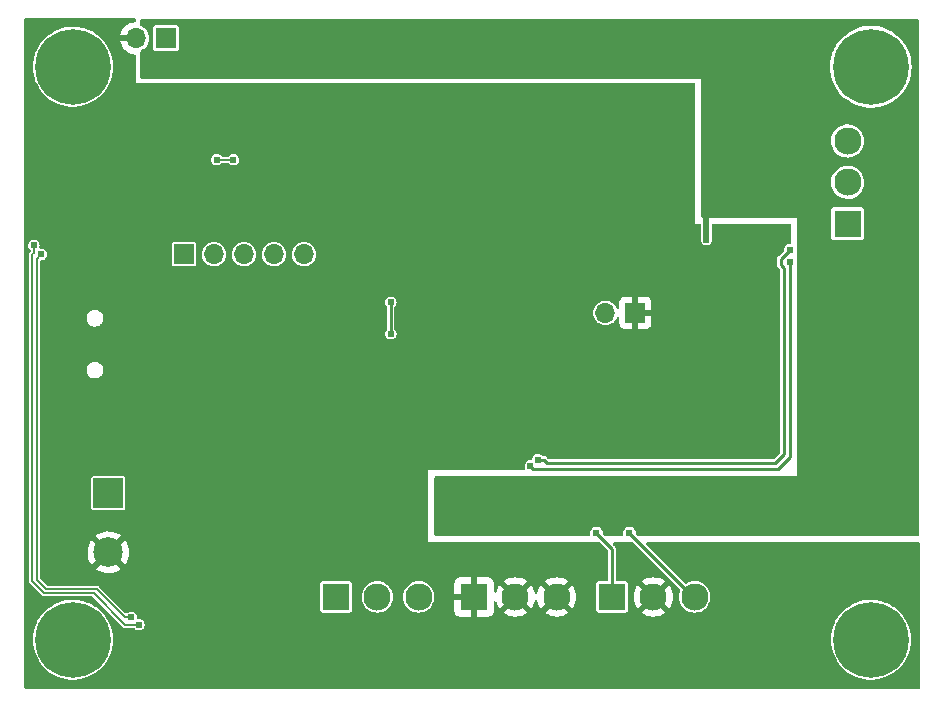
<source format=gbl>
G04 #@! TF.GenerationSoftware,KiCad,Pcbnew,6.0.2+dfsg-1*
G04 #@! TF.CreationDate,2023-06-22T08:15:41-06:00*
G04 #@! TF.ProjectId,ckt-soundplay,636b742d-736f-4756-9e64-706c61792e6b,rev?*
G04 #@! TF.SameCoordinates,Original*
G04 #@! TF.FileFunction,Copper,L2,Bot*
G04 #@! TF.FilePolarity,Positive*
%FSLAX46Y46*%
G04 Gerber Fmt 4.6, Leading zero omitted, Abs format (unit mm)*
G04 Created by KiCad (PCBNEW 6.0.2+dfsg-1) date 2023-06-22 08:15:41*
%MOMM*%
%LPD*%
G01*
G04 APERTURE LIST*
G04 #@! TA.AperFunction,ComponentPad*
%ADD10R,2.500000X2.500000*%
G04 #@! TD*
G04 #@! TA.AperFunction,ComponentPad*
%ADD11C,2.500000*%
G04 #@! TD*
G04 #@! TA.AperFunction,ComponentPad*
%ADD12R,2.300000X2.300000*%
G04 #@! TD*
G04 #@! TA.AperFunction,ComponentPad*
%ADD13C,2.300000*%
G04 #@! TD*
G04 #@! TA.AperFunction,ComponentPad*
%ADD14C,6.400000*%
G04 #@! TD*
G04 #@! TA.AperFunction,ComponentPad*
%ADD15R,1.700000X1.700000*%
G04 #@! TD*
G04 #@! TA.AperFunction,ComponentPad*
%ADD16O,1.700000X1.700000*%
G04 #@! TD*
G04 #@! TA.AperFunction,ViaPad*
%ADD17C,0.609600*%
G04 #@! TD*
G04 #@! TA.AperFunction,Conductor*
%ADD18C,0.508000*%
G04 #@! TD*
G04 #@! TA.AperFunction,Conductor*
%ADD19C,0.254000*%
G04 #@! TD*
G04 #@! TA.AperFunction,Conductor*
%ADD20C,0.177800*%
G04 #@! TD*
G04 APERTURE END LIST*
D10*
X32720000Y-175046000D03*
D11*
X32720000Y-180046000D03*
D12*
X51999000Y-183827000D03*
D13*
X55499000Y-183827000D03*
X58999000Y-183827000D03*
D14*
X97282000Y-187452000D03*
X97282000Y-138938000D03*
D12*
X63683000Y-183827000D03*
D13*
X67183000Y-183827000D03*
X70683000Y-183827000D03*
D12*
X95308000Y-152217000D03*
D13*
X95308000Y-148717000D03*
X95308000Y-145217000D03*
D15*
X37597000Y-136525000D03*
D16*
X35057000Y-136525000D03*
D15*
X77348000Y-159766000D03*
D16*
X74808000Y-159766000D03*
D14*
X29718000Y-187452000D03*
X29718000Y-138938000D03*
D12*
X75367000Y-183827000D03*
D13*
X78867000Y-183827000D03*
X82367000Y-183827000D03*
D15*
X39116000Y-154813000D03*
D16*
X41656000Y-154813000D03*
X44196000Y-154813000D03*
X46736000Y-154813000D03*
X49276000Y-154813000D03*
D17*
X80645000Y-179832000D03*
X39497000Y-144780000D03*
X66040000Y-171069000D03*
X51054000Y-172847000D03*
X70231000Y-179832000D03*
X40767000Y-179832000D03*
X62230000Y-147574000D03*
X41656000Y-178943000D03*
X33401000Y-148844000D03*
X46101000Y-178943000D03*
X58166000Y-148717000D03*
X72009000Y-179832000D03*
X52832000Y-172847000D03*
X50038000Y-140843000D03*
X40767000Y-178943000D03*
X80772000Y-158369000D03*
X46101000Y-179832000D03*
X51435000Y-163576000D03*
X85559000Y-153924000D03*
X90043000Y-153162000D03*
X67056000Y-171069000D03*
X89027000Y-167640000D03*
X58166000Y-150114000D03*
X40767000Y-178054000D03*
X47371000Y-140843000D03*
X45212000Y-178054000D03*
X63500000Y-148717000D03*
X46101000Y-178054000D03*
X46482000Y-140843000D03*
X63373000Y-171069000D03*
X51943000Y-172847000D03*
X59436000Y-147574000D03*
X39751000Y-163576000D03*
X89027000Y-168402000D03*
X52197000Y-163576000D03*
X65151000Y-170815000D03*
X52324000Y-171831000D03*
X62230000Y-152781000D03*
X39497000Y-143891000D03*
X80772000Y-159893000D03*
X79756000Y-179832000D03*
X38608000Y-143002000D03*
X39497000Y-141224000D03*
X44577000Y-186436000D03*
X40386000Y-147955000D03*
X80772000Y-162560000D03*
X60833000Y-147574000D03*
X60833000Y-152781000D03*
X80772000Y-163322000D03*
X39497000Y-142113000D03*
X78613000Y-153289000D03*
X80772000Y-159131000D03*
X59436000Y-152781000D03*
X81534000Y-179832000D03*
X89281000Y-187071000D03*
X41656000Y-178054000D03*
X45212000Y-178943000D03*
X80772000Y-164084000D03*
X65151000Y-172593000D03*
X65151000Y-171704000D03*
X48260000Y-140843000D03*
X73533000Y-142494000D03*
X39497000Y-143002000D03*
X39624000Y-147955000D03*
X35201000Y-168778000D03*
X85559000Y-153156000D03*
X45212000Y-179832000D03*
X64262000Y-171069000D03*
X34163000Y-148844000D03*
X89281000Y-153416000D03*
X38989000Y-163576000D03*
X63500000Y-151511000D03*
X52324000Y-170815000D03*
X58166000Y-151511000D03*
X49149000Y-140843000D03*
X63500000Y-150114000D03*
X72771000Y-142494000D03*
X71120000Y-179832000D03*
X40386000Y-143002000D03*
X41656000Y-179832000D03*
X35201000Y-156078000D03*
X62103000Y-176149000D03*
X61087000Y-174371000D03*
X35814000Y-138811000D03*
X44958000Y-139573000D03*
X62103000Y-177927000D03*
X62103000Y-177038000D03*
X61087000Y-175260000D03*
X36703000Y-138811000D03*
X61087000Y-177927000D03*
X61087000Y-177038000D03*
X62103000Y-175260000D03*
X35814000Y-139573000D03*
X83359000Y-153578000D03*
X36703000Y-139573000D03*
X61087000Y-176149000D03*
X44958000Y-138811000D03*
X62103000Y-174371000D03*
X74041000Y-178435000D03*
X43307000Y-146812000D03*
X41910000Y-146812000D03*
X76835000Y-178435000D03*
X26416000Y-154051000D03*
X35306000Y-186182000D03*
X34671000Y-185547000D03*
X27051000Y-154813000D03*
X56642000Y-158877000D03*
X56642000Y-161544000D03*
X90424000Y-155448000D03*
X68453000Y-172720000D03*
X90424000Y-154432000D03*
X69088000Y-172212000D03*
D18*
X83359000Y-153578000D02*
X83359000Y-150495000D01*
D19*
X75367000Y-179761000D02*
X75367000Y-183827000D01*
X74041000Y-178435000D02*
X75367000Y-179761000D01*
D20*
X41910000Y-146812000D02*
X43307000Y-146812000D01*
D19*
X76835000Y-178435000D02*
X82227000Y-183827000D01*
X82227000Y-183827000D02*
X82367000Y-183827000D01*
D20*
X35306000Y-186182000D02*
X34163000Y-186182000D01*
X34163000Y-186182000D02*
X31496000Y-183515000D01*
X26416000Y-154686000D02*
X26416000Y-154051000D01*
X26289000Y-154813000D02*
X26416000Y-154686000D01*
X31496000Y-183515000D02*
X27305000Y-183515000D01*
X27305000Y-183515000D02*
X26289000Y-182499000D01*
X26289000Y-182499000D02*
X26289000Y-154813000D01*
X34163000Y-185547000D02*
X31750000Y-183134000D01*
X34671000Y-185547000D02*
X34163000Y-185547000D01*
X26670000Y-182372000D02*
X26670000Y-155194000D01*
X31750000Y-183134000D02*
X27432000Y-183134000D01*
X26670000Y-155194000D02*
X27051000Y-154813000D01*
X27432000Y-183134000D02*
X26670000Y-182372000D01*
D19*
X56642000Y-161544000D02*
X56642000Y-158877000D01*
X68707000Y-172974000D02*
X68453000Y-172720000D01*
X89408000Y-172974000D02*
X68707000Y-172974000D01*
X90424000Y-155448000D02*
X90424000Y-171958000D01*
X90424000Y-171958000D02*
X89408000Y-172974000D01*
X69850000Y-172466000D02*
X69596000Y-172212000D01*
X69596000Y-172212000D02*
X69088000Y-172212000D01*
X90424000Y-154432000D02*
X89662000Y-155194000D01*
X89662000Y-155194000D02*
X89662000Y-155727160D01*
X89916000Y-171704000D02*
X89154000Y-172466000D01*
X89154000Y-172466000D02*
X69850000Y-172466000D01*
X89662000Y-155727160D02*
X89916000Y-155981160D01*
X89916000Y-155981160D02*
X89916000Y-171704000D01*
G04 #@! TA.AperFunction,Conductor*
G36*
X101288121Y-134894002D02*
G01*
X101334614Y-134947658D01*
X101346000Y-135000000D01*
X101346000Y-178563000D01*
X101325998Y-178631121D01*
X101272342Y-178677614D01*
X101220000Y-178689000D01*
X77680713Y-178689000D01*
X77612592Y-178668998D01*
X77591618Y-178652095D01*
X77433100Y-178493577D01*
X77399074Y-178431265D01*
X77397273Y-178420928D01*
X77380982Y-178297179D01*
X77380981Y-178297177D01*
X77379904Y-178288993D01*
X77323547Y-178152937D01*
X77233897Y-178036103D01*
X77117063Y-177946453D01*
X76981007Y-177890096D01*
X76972823Y-177889019D01*
X76972821Y-177889018D01*
X76843188Y-177871952D01*
X76835000Y-177870874D01*
X76826812Y-177871952D01*
X76697179Y-177889018D01*
X76697177Y-177889019D01*
X76688993Y-177890096D01*
X76552937Y-177946453D01*
X76436103Y-178036103D01*
X76346453Y-178152937D01*
X76290096Y-178288993D01*
X76270874Y-178435000D01*
X76271952Y-178443188D01*
X76285560Y-178546554D01*
X76274620Y-178616703D01*
X76227492Y-178669801D01*
X76160638Y-178689000D01*
X74886713Y-178689000D01*
X74818592Y-178668998D01*
X74797618Y-178652095D01*
X74639100Y-178493577D01*
X74605074Y-178431265D01*
X74603273Y-178420928D01*
X74586982Y-178297179D01*
X74586981Y-178297177D01*
X74585904Y-178288993D01*
X74529547Y-178152937D01*
X74439897Y-178036103D01*
X74323063Y-177946453D01*
X74187007Y-177890096D01*
X74178823Y-177889019D01*
X74178821Y-177889018D01*
X74049188Y-177871952D01*
X74041000Y-177870874D01*
X74032812Y-177871952D01*
X73903179Y-177889018D01*
X73903177Y-177889019D01*
X73894993Y-177890096D01*
X73758937Y-177946453D01*
X73642103Y-178036103D01*
X73552453Y-178152937D01*
X73496096Y-178288993D01*
X73476874Y-178435000D01*
X73477952Y-178443188D01*
X73491560Y-178546554D01*
X73480620Y-178616703D01*
X73433492Y-178669801D01*
X73366638Y-178689000D01*
X60451000Y-178689000D01*
X60382879Y-178668998D01*
X60336386Y-178615342D01*
X60325000Y-178563000D01*
X60325000Y-173735000D01*
X60345002Y-173666879D01*
X60398658Y-173620386D01*
X60451000Y-173609000D01*
X91059000Y-173609000D01*
X91059000Y-151765000D01*
X83057000Y-151765000D01*
X82988879Y-151744998D01*
X82942386Y-151691342D01*
X82931000Y-151639000D01*
X82931000Y-151041933D01*
X93903500Y-151041933D01*
X93903501Y-153392066D01*
X93910612Y-153427818D01*
X93912650Y-153438063D01*
X93918266Y-153466301D01*
X93974516Y-153550484D01*
X94058699Y-153606734D01*
X94132933Y-153621500D01*
X95307810Y-153621500D01*
X96483066Y-153621499D01*
X96518818Y-153614388D01*
X96545126Y-153609156D01*
X96545128Y-153609155D01*
X96557301Y-153606734D01*
X96567621Y-153599839D01*
X96567622Y-153599838D01*
X96631168Y-153557377D01*
X96641484Y-153550484D01*
X96697734Y-153466301D01*
X96712500Y-153392067D01*
X96712499Y-151041934D01*
X96697734Y-150967699D01*
X96641484Y-150883516D01*
X96557301Y-150827266D01*
X96483067Y-150812500D01*
X95308190Y-150812500D01*
X94132934Y-150812501D01*
X94097182Y-150819612D01*
X94070874Y-150824844D01*
X94070872Y-150824845D01*
X94058699Y-150827266D01*
X94048379Y-150834161D01*
X94048378Y-150834162D01*
X93987985Y-150874516D01*
X93974516Y-150883516D01*
X93918266Y-150967699D01*
X93903500Y-151041933D01*
X82931000Y-151041933D01*
X82931000Y-148682567D01*
X93899107Y-148682567D01*
X93899404Y-148687720D01*
X93899404Y-148687723D01*
X93912103Y-148907971D01*
X93912401Y-148913139D01*
X93913538Y-148918185D01*
X93913539Y-148918191D01*
X93931765Y-148999063D01*
X93963176Y-149138442D01*
X94050066Y-149352428D01*
X94170740Y-149549349D01*
X94321955Y-149723916D01*
X94499651Y-149871442D01*
X94504103Y-149874044D01*
X94504108Y-149874047D01*
X94664878Y-149967993D01*
X94699056Y-149987965D01*
X94914814Y-150070355D01*
X94919880Y-150071386D01*
X94919881Y-150071386D01*
X94972674Y-150082127D01*
X95141132Y-150116400D01*
X95271323Y-150121174D01*
X95366767Y-150124674D01*
X95366771Y-150124674D01*
X95371931Y-150124863D01*
X95377051Y-150124207D01*
X95377053Y-150124207D01*
X95456730Y-150114000D01*
X95601013Y-150095517D01*
X95605961Y-150094032D01*
X95605968Y-150094031D01*
X95817276Y-150030635D01*
X95817275Y-150030635D01*
X95822226Y-150029150D01*
X96029629Y-149927544D01*
X96033834Y-149924544D01*
X96033840Y-149924541D01*
X96213449Y-149796427D01*
X96213451Y-149796425D01*
X96217653Y-149793428D01*
X96381247Y-149630404D01*
X96516018Y-149442850D01*
X96618347Y-149235803D01*
X96633397Y-149186267D01*
X96683982Y-149019775D01*
X96683983Y-149019769D01*
X96685486Y-149014823D01*
X96715631Y-148785845D01*
X96717314Y-148717000D01*
X96698390Y-148486822D01*
X96642126Y-148262826D01*
X96550033Y-148051028D01*
X96424585Y-147857114D01*
X96269150Y-147686293D01*
X96195068Y-147627786D01*
X96091956Y-147546353D01*
X96091951Y-147546350D01*
X96087902Y-147543152D01*
X96083386Y-147540659D01*
X96083383Y-147540657D01*
X95890234Y-147434033D01*
X95890230Y-147434031D01*
X95885710Y-147431536D01*
X95880841Y-147429812D01*
X95880837Y-147429810D01*
X95672878Y-147356168D01*
X95672874Y-147356167D01*
X95668003Y-147354442D01*
X95662913Y-147353535D01*
X95662908Y-147353534D01*
X95539550Y-147331561D01*
X95440628Y-147313941D01*
X95354124Y-147312884D01*
X95214861Y-147311182D01*
X95214859Y-147311182D01*
X95209691Y-147311119D01*
X94981394Y-147346053D01*
X94761869Y-147417805D01*
X94557010Y-147524448D01*
X94552877Y-147527551D01*
X94552874Y-147527553D01*
X94376454Y-147660013D01*
X94372319Y-147663118D01*
X94212757Y-147830090D01*
X94082609Y-148020881D01*
X94080435Y-148025565D01*
X94080433Y-148025568D01*
X94021340Y-148152874D01*
X93985369Y-148230366D01*
X93923649Y-148452921D01*
X93899107Y-148682567D01*
X82931000Y-148682567D01*
X82931000Y-145182567D01*
X93899107Y-145182567D01*
X93899404Y-145187720D01*
X93899404Y-145187723D01*
X93905253Y-145289167D01*
X93912401Y-145413139D01*
X93913538Y-145418185D01*
X93913539Y-145418191D01*
X93934161Y-145509694D01*
X93963176Y-145638442D01*
X94050066Y-145852428D01*
X94170740Y-146049349D01*
X94321955Y-146223916D01*
X94499651Y-146371442D01*
X94504103Y-146374044D01*
X94504108Y-146374047D01*
X94665917Y-146468600D01*
X94699056Y-146487965D01*
X94914814Y-146570355D01*
X94919880Y-146571386D01*
X94919881Y-146571386D01*
X94972674Y-146582127D01*
X95141132Y-146616400D01*
X95271323Y-146621174D01*
X95366767Y-146624674D01*
X95366771Y-146624674D01*
X95371931Y-146624863D01*
X95377051Y-146624207D01*
X95377053Y-146624207D01*
X95448088Y-146615107D01*
X95601013Y-146595517D01*
X95605961Y-146594032D01*
X95605968Y-146594031D01*
X95817276Y-146530635D01*
X95817275Y-146530635D01*
X95822226Y-146529150D01*
X96029629Y-146427544D01*
X96033834Y-146424544D01*
X96033840Y-146424541D01*
X96213449Y-146296427D01*
X96213451Y-146296425D01*
X96217653Y-146293428D01*
X96381247Y-146130404D01*
X96516018Y-145942850D01*
X96618347Y-145735803D01*
X96633397Y-145686267D01*
X96683982Y-145519775D01*
X96683983Y-145519769D01*
X96685486Y-145514823D01*
X96715631Y-145285845D01*
X96717314Y-145217000D01*
X96698390Y-144986822D01*
X96642126Y-144762826D01*
X96550033Y-144551028D01*
X96424585Y-144357114D01*
X96269150Y-144186293D01*
X96195068Y-144127786D01*
X96091956Y-144046353D01*
X96091951Y-144046350D01*
X96087902Y-144043152D01*
X96083386Y-144040659D01*
X96083383Y-144040657D01*
X95890234Y-143934033D01*
X95890230Y-143934031D01*
X95885710Y-143931536D01*
X95880841Y-143929812D01*
X95880837Y-143929810D01*
X95672878Y-143856168D01*
X95672874Y-143856167D01*
X95668003Y-143854442D01*
X95662913Y-143853535D01*
X95662908Y-143853534D01*
X95539550Y-143831561D01*
X95440628Y-143813941D01*
X95354124Y-143812884D01*
X95214861Y-143811182D01*
X95214859Y-143811182D01*
X95209691Y-143811119D01*
X94981394Y-143846053D01*
X94761869Y-143917805D01*
X94557010Y-144024448D01*
X94552877Y-144027551D01*
X94552874Y-144027553D01*
X94527835Y-144046353D01*
X94372319Y-144163118D01*
X94212757Y-144330090D01*
X94082609Y-144520881D01*
X93985369Y-144730366D01*
X93923649Y-144952921D01*
X93899107Y-145182567D01*
X82931000Y-145182567D01*
X82931000Y-139954000D01*
X35559000Y-139954000D01*
X35490879Y-139933998D01*
X35444386Y-139880342D01*
X35433000Y-139828000D01*
X35433000Y-138925924D01*
X93822447Y-138925924D01*
X93841378Y-139299624D01*
X93900557Y-139669094D01*
X93999293Y-140030011D01*
X94136430Y-140378154D01*
X94310365Y-140709450D01*
X94312262Y-140712274D01*
X94312265Y-140712278D01*
X94388080Y-140825103D01*
X94519061Y-141020024D01*
X94521256Y-141022630D01*
X94521260Y-141022636D01*
X94607512Y-141125063D01*
X94760079Y-141306241D01*
X95030598Y-141564755D01*
X95327455Y-141792541D01*
X95647176Y-141986935D01*
X95986021Y-142145661D01*
X95989239Y-142146763D01*
X95989242Y-142146764D01*
X96336803Y-142265761D01*
X96336811Y-142265763D01*
X96340026Y-142266864D01*
X96705051Y-142349126D01*
X96792200Y-142359056D01*
X97073442Y-142391100D01*
X97073450Y-142391100D01*
X97076825Y-142391485D01*
X97080229Y-142391503D01*
X97080232Y-142391503D01*
X97283556Y-142392567D01*
X97450999Y-142393444D01*
X97454385Y-142393094D01*
X97454387Y-142393094D01*
X97819805Y-142355332D01*
X97819814Y-142355331D01*
X97823197Y-142354981D01*
X97826530Y-142354267D01*
X97826533Y-142354266D01*
X98006820Y-142315616D01*
X98189063Y-142276546D01*
X98544318Y-142159056D01*
X98884807Y-142003887D01*
X99009459Y-141929874D01*
X99203601Y-141814601D01*
X99203606Y-141814598D01*
X99206546Y-141812852D01*
X99236354Y-141790472D01*
X99398804Y-141668500D01*
X99505771Y-141588187D01*
X99778983Y-141332521D01*
X100022985Y-141048842D01*
X100044737Y-141017192D01*
X100232992Y-140743280D01*
X100232997Y-140743273D01*
X100234922Y-140740471D01*
X100236534Y-140737477D01*
X100236539Y-140737469D01*
X100410694Y-140414027D01*
X100412316Y-140411015D01*
X100553091Y-140064327D01*
X100584519Y-139954000D01*
X100605501Y-139880342D01*
X100655601Y-139704463D01*
X100718647Y-139335634D01*
X100720850Y-139299624D01*
X100741380Y-138963948D01*
X100741490Y-138962152D01*
X100741574Y-138938000D01*
X100721339Y-138564368D01*
X100660870Y-138195107D01*
X100560875Y-137834537D01*
X100557627Y-137826373D01*
X100423783Y-137490039D01*
X100423779Y-137490031D01*
X100422523Y-137486874D01*
X100247434Y-137156188D01*
X100245534Y-137153382D01*
X100245530Y-137153375D01*
X100039561Y-136849162D01*
X100037654Y-136846345D01*
X99795639Y-136560970D01*
X99524219Y-136303402D01*
X99521512Y-136301340D01*
X99521504Y-136301333D01*
X99229281Y-136078720D01*
X99226569Y-136076654D01*
X99017623Y-135950609D01*
X98909100Y-135885143D01*
X98909096Y-135885141D01*
X98906172Y-135883377D01*
X98903082Y-135881943D01*
X98903077Y-135881940D01*
X98569871Y-135727272D01*
X98569869Y-135727271D01*
X98566775Y-135725835D01*
X98563540Y-135724740D01*
X98563535Y-135724738D01*
X98215583Y-135606963D01*
X98212348Y-135605868D01*
X97847038Y-135524881D01*
X97638267Y-135501832D01*
X97478500Y-135484193D01*
X97478495Y-135484193D01*
X97475119Y-135483820D01*
X97471720Y-135483814D01*
X97471719Y-135483814D01*
X97294987Y-135483506D01*
X97100940Y-135483167D01*
X96962079Y-135498007D01*
X96732263Y-135522567D01*
X96732257Y-135522568D01*
X96728879Y-135522929D01*
X96363289Y-135602641D01*
X96008446Y-135721369D01*
X95668501Y-135877727D01*
X95665567Y-135879483D01*
X95665565Y-135879484D01*
X95656110Y-135885143D01*
X95347431Y-136069883D01*
X95048991Y-136295591D01*
X95046509Y-136297930D01*
X95046503Y-136297935D01*
X94801618Y-136528704D01*
X94776674Y-136552210D01*
X94774462Y-136554800D01*
X94774461Y-136554801D01*
X94574083Y-136789414D01*
X94533664Y-136836738D01*
X94531736Y-136839565D01*
X94531734Y-136839567D01*
X94367984Y-137079616D01*
X94322804Y-137145847D01*
X94321197Y-137148857D01*
X94321195Y-137148860D01*
X94190368Y-137393877D01*
X94146561Y-137475921D01*
X94145288Y-137479089D01*
X94145287Y-137479090D01*
X94083532Y-137632712D01*
X94006997Y-137823098D01*
X93905744Y-138183317D01*
X93843986Y-138552365D01*
X93822447Y-138925924D01*
X35433000Y-138925924D01*
X35433000Y-137653046D01*
X35453002Y-137584925D01*
X35506717Y-137538825D01*
X35508165Y-137538334D01*
X35513208Y-137535510D01*
X35513212Y-137535508D01*
X35624986Y-137472911D01*
X35685276Y-137439147D01*
X35724969Y-137406135D01*
X35836913Y-137313031D01*
X35841345Y-137309345D01*
X35971147Y-137153276D01*
X36070334Y-136976165D01*
X36072190Y-136970698D01*
X36072192Y-136970693D01*
X36133728Y-136789414D01*
X36133729Y-136789409D01*
X36135584Y-136783945D01*
X36136412Y-136778236D01*
X36136413Y-136778231D01*
X36164179Y-136586727D01*
X36164712Y-136583053D01*
X36166232Y-136525000D01*
X36147658Y-136322859D01*
X36139968Y-136295591D01*
X36094125Y-136133046D01*
X36094124Y-136133044D01*
X36092557Y-136127487D01*
X36066620Y-136074890D01*
X36005331Y-135950609D01*
X36002776Y-135945428D01*
X35881320Y-135782779D01*
X35737609Y-135649933D01*
X36492500Y-135649933D01*
X36492501Y-137400066D01*
X36507266Y-137474301D01*
X36563516Y-137558484D01*
X36647699Y-137614734D01*
X36721933Y-137629500D01*
X37596858Y-137629500D01*
X38472066Y-137629499D01*
X38507818Y-137622388D01*
X38534126Y-137617156D01*
X38534128Y-137617155D01*
X38546301Y-137614734D01*
X38556621Y-137607839D01*
X38556622Y-137607838D01*
X38620168Y-137565377D01*
X38630484Y-137558484D01*
X38686734Y-137474301D01*
X38701500Y-137400067D01*
X38701499Y-135649934D01*
X38692952Y-135606963D01*
X38689156Y-135587874D01*
X38689155Y-135587872D01*
X38686734Y-135575699D01*
X38660654Y-135536667D01*
X38637377Y-135501832D01*
X38630484Y-135491516D01*
X38546301Y-135435266D01*
X38472067Y-135420500D01*
X37597142Y-135420500D01*
X36721934Y-135420501D01*
X36686182Y-135427612D01*
X36659874Y-135432844D01*
X36659872Y-135432845D01*
X36647699Y-135435266D01*
X36637379Y-135442161D01*
X36637378Y-135442162D01*
X36620314Y-135453564D01*
X36563516Y-135491516D01*
X36507266Y-135575699D01*
X36492500Y-135649933D01*
X35737609Y-135649933D01*
X35732258Y-135644987D01*
X35727375Y-135641906D01*
X35727371Y-135641903D01*
X35565464Y-135539748D01*
X35560581Y-135536667D01*
X35532897Y-135525622D01*
X35512309Y-135517408D01*
X35456450Y-135473586D01*
X35433000Y-135400378D01*
X35433000Y-135000000D01*
X35453002Y-134931879D01*
X35506658Y-134885386D01*
X35559000Y-134874000D01*
X101220000Y-134874000D01*
X101288121Y-134894002D01*
G37*
G04 #@! TD.AperFunction*
G04 #@! TA.AperFunction,Conductor*
G36*
X34994121Y-134817802D02*
G01*
X35040614Y-134871458D01*
X35052000Y-134923800D01*
X35052000Y-135043699D01*
X35031998Y-135111820D01*
X34978342Y-135158313D01*
X34945059Y-135168249D01*
X34746321Y-135198661D01*
X34736293Y-135201050D01*
X34533868Y-135267212D01*
X34524359Y-135271209D01*
X34335463Y-135369542D01*
X34326738Y-135375036D01*
X34156433Y-135502905D01*
X34148726Y-135509748D01*
X34001590Y-135663717D01*
X33995104Y-135671727D01*
X33875098Y-135847649D01*
X33870000Y-135856623D01*
X33780338Y-136049783D01*
X33776775Y-136059470D01*
X33721389Y-136259183D01*
X33722912Y-136267607D01*
X33735292Y-136271000D01*
X35052000Y-136271000D01*
X35052000Y-136779000D01*
X33740225Y-136779000D01*
X33726694Y-136782973D01*
X33725257Y-136792966D01*
X33755565Y-136927446D01*
X33758645Y-136937275D01*
X33838770Y-137134603D01*
X33843413Y-137143794D01*
X33954694Y-137325388D01*
X33960777Y-137333699D01*
X34100213Y-137494667D01*
X34107580Y-137501883D01*
X34271434Y-137637916D01*
X34279881Y-137643831D01*
X34463756Y-137751279D01*
X34473042Y-137755729D01*
X34672001Y-137831703D01*
X34681899Y-137834579D01*
X34890595Y-137877038D01*
X34900823Y-137878257D01*
X34930617Y-137879350D01*
X34997959Y-137901835D01*
X35042455Y-137957158D01*
X35052000Y-138005265D01*
X35052000Y-140335000D01*
X82297000Y-140335000D01*
X82365121Y-140355002D01*
X82411614Y-140408658D01*
X82423000Y-140461000D01*
X82423000Y-152273000D01*
X82800700Y-152273000D01*
X82868821Y-152293002D01*
X82915314Y-152346658D01*
X82926700Y-152399000D01*
X82926700Y-153333837D01*
X82914755Y-153387386D01*
X82892258Y-153435303D01*
X82890878Y-153444168D01*
X82890877Y-153444170D01*
X82876742Y-153534955D01*
X82870968Y-153572037D01*
X82872132Y-153580939D01*
X82872132Y-153580942D01*
X82887746Y-153700346D01*
X82887747Y-153700350D01*
X82888911Y-153709251D01*
X82944644Y-153835914D01*
X83033687Y-153941843D01*
X83041158Y-153946816D01*
X83041159Y-153946817D01*
X83048391Y-153951631D01*
X83148881Y-154018523D01*
X83233746Y-154045037D01*
X83272398Y-154057113D01*
X83272399Y-154057113D01*
X83280967Y-154059790D01*
X83346599Y-154060992D01*
X83410348Y-154062161D01*
X83410351Y-154062161D01*
X83419326Y-154062325D01*
X83427989Y-154059963D01*
X83427991Y-154059963D01*
X83544171Y-154028289D01*
X83552835Y-154025927D01*
X83670762Y-153953519D01*
X83763627Y-153850924D01*
X83823964Y-153726389D01*
X83846922Y-153589925D01*
X83847068Y-153578000D01*
X83846047Y-153570866D01*
X83828723Y-153449903D01*
X83828722Y-153449901D01*
X83827450Y-153441016D01*
X83802599Y-153386359D01*
X83791300Y-153334208D01*
X83791300Y-152399000D01*
X83811302Y-152330879D01*
X83864958Y-152284386D01*
X83917300Y-152273000D01*
X90425000Y-152273000D01*
X90493121Y-152293002D01*
X90539614Y-152346658D01*
X90551000Y-152399000D01*
X90551000Y-153822856D01*
X90530998Y-153890977D01*
X90477342Y-153937470D01*
X90424231Y-153948854D01*
X90357762Y-153948448D01*
X90349131Y-153950915D01*
X90349129Y-153950915D01*
X90233341Y-153984007D01*
X90233338Y-153984008D01*
X90224707Y-153986475D01*
X90107673Y-154060318D01*
X90016069Y-154164040D01*
X90012255Y-154172163D01*
X90012254Y-154172165D01*
X89985461Y-154229233D01*
X89957258Y-154289303D01*
X89955878Y-154298168D01*
X89955877Y-154298170D01*
X89937349Y-154417164D01*
X89937349Y-154417168D01*
X89935968Y-154426037D01*
X89937133Y-154434943D01*
X89937114Y-154436464D01*
X89916282Y-154504336D01*
X89900218Y-154524022D01*
X89483800Y-154940440D01*
X89481655Y-154942291D01*
X89476820Y-154944655D01*
X89468908Y-154953184D01*
X89468907Y-154953185D01*
X89442978Y-154981137D01*
X89439698Y-154984542D01*
X89426043Y-154998197D01*
X89423286Y-155002216D01*
X89420834Y-155005008D01*
X89407384Y-155019507D01*
X89407382Y-155019510D01*
X89399472Y-155028037D01*
X89395162Y-155038839D01*
X89392932Y-155042367D01*
X89386316Y-155054760D01*
X89384627Y-155058572D01*
X89378044Y-155068168D01*
X89375358Y-155079487D01*
X89372226Y-155092683D01*
X89366663Y-155110270D01*
X89357327Y-155133673D01*
X89356700Y-155140068D01*
X89356700Y-155143364D01*
X89356682Y-155143517D01*
X89356550Y-155146220D01*
X89356367Y-155146211D01*
X89354897Y-155158768D01*
X89354470Y-155167507D01*
X89351783Y-155178828D01*
X89353352Y-155190357D01*
X89353352Y-155190358D01*
X89355549Y-155206500D01*
X89356700Y-155223491D01*
X89356700Y-155673870D01*
X89356493Y-155676695D01*
X89354744Y-155681788D01*
X89356213Y-155720924D01*
X89356611Y-155731516D01*
X89356700Y-155736243D01*
X89356700Y-155755553D01*
X89357592Y-155760340D01*
X89357833Y-155764058D01*
X89359011Y-155795442D01*
X89363605Y-155806134D01*
X89364525Y-155810219D01*
X89368601Y-155823635D01*
X89370106Y-155827534D01*
X89372236Y-155838971D01*
X89385453Y-155860413D01*
X89393961Y-155876792D01*
X89400393Y-155891764D01*
X89400396Y-155891768D01*
X89403906Y-155899939D01*
X89407985Y-155904904D01*
X89410311Y-155907230D01*
X89410402Y-155907345D01*
X89412223Y-155909353D01*
X89412087Y-155909476D01*
X89419940Y-155919410D01*
X89425810Y-155925883D01*
X89431915Y-155935788D01*
X89454158Y-155952702D01*
X89466977Y-155963896D01*
X89573795Y-156070714D01*
X89607821Y-156133026D01*
X89610700Y-156159809D01*
X89610700Y-171525350D01*
X89590698Y-171593471D01*
X89573795Y-171614445D01*
X89064445Y-172123795D01*
X89002133Y-172157821D01*
X88975350Y-172160700D01*
X70028650Y-172160700D01*
X69960529Y-172140698D01*
X69939554Y-172123795D01*
X69899592Y-172083832D01*
X69849556Y-172033796D01*
X69847709Y-172031656D01*
X69845345Y-172026820D01*
X69836190Y-172018327D01*
X69808863Y-171992978D01*
X69805458Y-171989698D01*
X69791803Y-171976043D01*
X69787784Y-171973286D01*
X69784992Y-171970834D01*
X69770493Y-171957384D01*
X69770490Y-171957382D01*
X69761963Y-171949472D01*
X69751161Y-171945162D01*
X69747633Y-171942932D01*
X69735240Y-171936316D01*
X69731428Y-171934627D01*
X69721832Y-171928044D01*
X69697317Y-171922226D01*
X69679730Y-171916663D01*
X69656327Y-171907327D01*
X69649932Y-171906700D01*
X69646636Y-171906700D01*
X69646483Y-171906682D01*
X69643780Y-171906550D01*
X69643789Y-171906367D01*
X69631232Y-171904897D01*
X69622493Y-171904470D01*
X69611172Y-171901783D01*
X69599643Y-171903352D01*
X69599642Y-171903352D01*
X69583500Y-171905549D01*
X69566509Y-171906700D01*
X69520443Y-171906700D01*
X69452322Y-171886698D01*
X69424991Y-171862949D01*
X69414704Y-171851011D01*
X69414705Y-171851011D01*
X69408844Y-171844210D01*
X69292721Y-171768943D01*
X69284119Y-171766371D01*
X69284116Y-171766369D01*
X69168744Y-171731866D01*
X69168745Y-171731866D01*
X69160141Y-171729293D01*
X69151165Y-171729238D01*
X69151164Y-171729238D01*
X69091941Y-171728877D01*
X69021762Y-171728448D01*
X69013131Y-171730915D01*
X69013129Y-171730915D01*
X68897341Y-171764007D01*
X68897338Y-171764008D01*
X68888707Y-171766475D01*
X68771673Y-171840318D01*
X68680069Y-171944040D01*
X68676255Y-171952163D01*
X68676254Y-171952165D01*
X68656663Y-171993892D01*
X68621258Y-172069303D01*
X68619878Y-172078168D01*
X68619877Y-172078170D01*
X68611738Y-172130444D01*
X68581493Y-172194677D01*
X68521324Y-172232361D01*
X68486469Y-172237057D01*
X68386762Y-172236448D01*
X68378131Y-172238915D01*
X68378129Y-172238915D01*
X68262341Y-172272007D01*
X68262338Y-172272008D01*
X68253707Y-172274475D01*
X68136673Y-172348318D01*
X68045069Y-172452040D01*
X67986258Y-172577303D01*
X67984878Y-172586168D01*
X67984877Y-172586170D01*
X67975598Y-172645769D01*
X67964968Y-172714037D01*
X67966132Y-172722939D01*
X67966132Y-172722942D01*
X67981746Y-172842346D01*
X67981747Y-172842350D01*
X67982911Y-172851251D01*
X67986528Y-172859471D01*
X68015033Y-172924254D01*
X68024161Y-172994662D01*
X67993774Y-173058827D01*
X67933520Y-173096377D01*
X67899704Y-173101000D01*
X59817000Y-173101000D01*
X59817000Y-179197000D01*
X74319051Y-179197000D01*
X74387172Y-179217002D01*
X74408146Y-179233905D01*
X75024795Y-179850554D01*
X75058821Y-179912866D01*
X75061700Y-179939649D01*
X75061700Y-182372701D01*
X75041698Y-182440822D01*
X74988042Y-182487315D01*
X74935700Y-182498701D01*
X74199440Y-182498701D01*
X74147431Y-182509045D01*
X74088453Y-182548453D01*
X74049045Y-182607431D01*
X74038700Y-182659439D01*
X74038701Y-184994560D01*
X74049045Y-185046569D01*
X74055940Y-185056888D01*
X74055941Y-185056890D01*
X74072308Y-185081385D01*
X74088453Y-185105547D01*
X74147431Y-185144955D01*
X74199439Y-185155300D01*
X75366622Y-185155300D01*
X76534560Y-185155299D01*
X76586569Y-185144955D01*
X76612838Y-185127403D01*
X76635231Y-185112440D01*
X76645547Y-185105547D01*
X76684955Y-185046569D01*
X76695300Y-184994561D01*
X76695300Y-183831930D01*
X77204261Y-183831930D01*
X77223961Y-184082236D01*
X77225504Y-184091983D01*
X77284117Y-184336123D01*
X77287166Y-184345508D01*
X77383248Y-184577470D01*
X77387729Y-184586264D01*
X77517404Y-184797875D01*
X77526670Y-184803922D01*
X77536875Y-184797915D01*
X78494978Y-183839812D01*
X78501356Y-183828132D01*
X79231408Y-183828132D01*
X79231539Y-183829965D01*
X79235790Y-183836580D01*
X80195666Y-184796456D01*
X80209204Y-184803849D01*
X80215735Y-184799280D01*
X80346271Y-184586264D01*
X80350752Y-184577470D01*
X80446834Y-184345508D01*
X80449883Y-184336123D01*
X80508496Y-184091983D01*
X80510039Y-184082236D01*
X80529739Y-183831930D01*
X80529739Y-183822070D01*
X80510039Y-183571764D01*
X80508496Y-183562017D01*
X80449883Y-183317877D01*
X80446834Y-183308492D01*
X80350752Y-183076530D01*
X80346271Y-183067736D01*
X80216596Y-182856125D01*
X80207330Y-182850078D01*
X80197125Y-182856085D01*
X79239022Y-183814188D01*
X79231408Y-183828132D01*
X78501356Y-183828132D01*
X78502592Y-183825868D01*
X78502461Y-183824035D01*
X78498210Y-183817420D01*
X77538334Y-182857544D01*
X77524796Y-182850151D01*
X77518265Y-182854720D01*
X77387729Y-183067736D01*
X77383248Y-183076530D01*
X77287166Y-183308492D01*
X77284117Y-183317877D01*
X77225504Y-183562017D01*
X77223961Y-183571764D01*
X77204261Y-183822070D01*
X77204261Y-183831930D01*
X76695300Y-183831930D01*
X76695299Y-182659440D01*
X76684955Y-182607431D01*
X76662643Y-182574038D01*
X76652440Y-182558769D01*
X76645547Y-182548453D01*
X76586569Y-182509045D01*
X76534561Y-182498700D01*
X75798300Y-182498700D01*
X75757329Y-182486670D01*
X77890078Y-182486670D01*
X77896085Y-182496875D01*
X78854188Y-183454978D01*
X78868132Y-183462592D01*
X78869965Y-183462461D01*
X78876580Y-183458210D01*
X79836456Y-182498334D01*
X79843849Y-182484796D01*
X79839280Y-182478265D01*
X79626264Y-182347729D01*
X79617470Y-182343248D01*
X79385508Y-182247166D01*
X79376123Y-182244117D01*
X79131983Y-182185504D01*
X79122236Y-182183961D01*
X78871930Y-182164261D01*
X78862070Y-182164261D01*
X78611764Y-182183961D01*
X78602017Y-182185504D01*
X78357877Y-182244117D01*
X78348492Y-182247166D01*
X78116530Y-182343248D01*
X78107736Y-182347729D01*
X77896125Y-182477404D01*
X77890078Y-182486670D01*
X75757329Y-182486670D01*
X75730179Y-182478698D01*
X75683686Y-182425042D01*
X75672300Y-182372700D01*
X75672300Y-179814281D01*
X75672507Y-179811462D01*
X75674255Y-179806371D01*
X75673644Y-179790074D01*
X75672389Y-179756658D01*
X75672300Y-179751932D01*
X75672300Y-179732607D01*
X75671409Y-179727821D01*
X75671167Y-179724092D01*
X75670425Y-179704342D01*
X75669989Y-179692718D01*
X75665397Y-179682029D01*
X75664478Y-179677952D01*
X75660399Y-179664525D01*
X75658894Y-179660626D01*
X75656764Y-179649189D01*
X75643547Y-179627747D01*
X75635039Y-179611368D01*
X75628607Y-179596396D01*
X75628604Y-179596392D01*
X75625094Y-179588221D01*
X75621015Y-179583256D01*
X75618689Y-179580930D01*
X75618598Y-179580815D01*
X75616777Y-179578807D01*
X75616913Y-179578684D01*
X75609060Y-179568750D01*
X75603190Y-179562277D01*
X75597085Y-179552372D01*
X75574842Y-179535458D01*
X75562023Y-179524264D01*
X75449854Y-179412095D01*
X75415828Y-179349783D01*
X75420893Y-179278968D01*
X75463440Y-179222132D01*
X75529960Y-179197321D01*
X75538949Y-179197000D01*
X77113051Y-179197000D01*
X77181172Y-179217002D01*
X77202146Y-179233905D01*
X81123257Y-183155016D01*
X81157283Y-183217328D01*
X81152218Y-183288143D01*
X81148357Y-183297361D01*
X81116361Y-183365976D01*
X81116361Y-183365977D01*
X81114038Y-183370959D01*
X81112616Y-183376267D01*
X81112615Y-183376269D01*
X81055307Y-183590147D01*
X81053883Y-183595462D01*
X81033626Y-183827000D01*
X81053883Y-184058538D01*
X81055307Y-184063851D01*
X81055307Y-184063853D01*
X81090011Y-184193369D01*
X81114038Y-184283041D01*
X81116360Y-184288022D01*
X81116361Y-184288023D01*
X81209938Y-184488700D01*
X81209941Y-184488705D01*
X81212264Y-184493687D01*
X81215420Y-184498194D01*
X81215421Y-184498196D01*
X81323124Y-184652011D01*
X81345576Y-184684076D01*
X81509924Y-184848424D01*
X81514432Y-184851581D01*
X81514435Y-184851583D01*
X81545660Y-184873447D01*
X81700313Y-184981736D01*
X81705295Y-184984059D01*
X81705300Y-184984062D01*
X81905977Y-185077639D01*
X81910959Y-185079962D01*
X81916267Y-185081384D01*
X81916269Y-185081385D01*
X82130147Y-185138693D01*
X82130149Y-185138693D01*
X82135462Y-185140117D01*
X82367000Y-185160374D01*
X82598538Y-185140117D01*
X82603851Y-185138693D01*
X82603853Y-185138693D01*
X82817731Y-185081385D01*
X82817733Y-185081384D01*
X82823041Y-185079962D01*
X82828023Y-185077639D01*
X83028700Y-184984062D01*
X83028705Y-184984059D01*
X83033687Y-184981736D01*
X83188340Y-184873447D01*
X83219565Y-184851583D01*
X83219568Y-184851581D01*
X83224076Y-184848424D01*
X83388424Y-184684076D01*
X83410877Y-184652011D01*
X83518579Y-184498196D01*
X83518580Y-184498194D01*
X83521736Y-184493687D01*
X83524059Y-184488705D01*
X83524062Y-184488700D01*
X83617639Y-184288023D01*
X83617640Y-184288022D01*
X83619962Y-184283041D01*
X83643990Y-184193369D01*
X83678693Y-184063853D01*
X83678693Y-184063851D01*
X83680117Y-184058538D01*
X83700374Y-183827000D01*
X83680117Y-183595462D01*
X83678693Y-183590147D01*
X83621385Y-183376269D01*
X83621384Y-183376267D01*
X83619962Y-183370959D01*
X83617639Y-183365977D01*
X83524062Y-183165300D01*
X83524059Y-183165295D01*
X83521736Y-183160313D01*
X83518027Y-183155016D01*
X83391583Y-182974435D01*
X83391581Y-182974432D01*
X83388424Y-182969924D01*
X83224076Y-182805576D01*
X83219568Y-182802419D01*
X83219565Y-182802417D01*
X83038196Y-182675421D01*
X83038194Y-182675420D01*
X83033687Y-182672264D01*
X83028705Y-182669941D01*
X83028700Y-182669938D01*
X82828023Y-182576361D01*
X82828022Y-182576360D01*
X82823041Y-182574038D01*
X82817733Y-182572616D01*
X82817731Y-182572615D01*
X82603853Y-182515307D01*
X82603851Y-182515307D01*
X82598538Y-182513883D01*
X82367000Y-182493626D01*
X82135462Y-182513883D01*
X82130149Y-182515307D01*
X82130147Y-182515307D01*
X81916269Y-182572615D01*
X81916267Y-182572616D01*
X81910959Y-182574038D01*
X81905978Y-182576360D01*
X81905977Y-182576361D01*
X81705300Y-182669938D01*
X81705295Y-182669941D01*
X81700313Y-182672264D01*
X81672640Y-182691641D01*
X81671469Y-182692461D01*
X81604195Y-182715149D01*
X81535335Y-182697864D01*
X81510103Y-182678343D01*
X78243855Y-179412095D01*
X78209829Y-179349783D01*
X78214894Y-179278968D01*
X78257441Y-179222132D01*
X78323961Y-179197321D01*
X78332950Y-179197000D01*
X101296200Y-179197000D01*
X101364321Y-179217002D01*
X101410814Y-179270658D01*
X101422200Y-179323000D01*
X101422200Y-191466200D01*
X101402198Y-191534321D01*
X101348542Y-191580814D01*
X101296200Y-191592200D01*
X25703800Y-191592200D01*
X25635679Y-191572198D01*
X25589186Y-191518542D01*
X25577800Y-191466200D01*
X25577800Y-187440190D01*
X26334759Y-187440190D01*
X26353272Y-187805647D01*
X26353809Y-187809002D01*
X26353810Y-187809008D01*
X26359449Y-187844213D01*
X26411146Y-188166967D01*
X26507704Y-188519923D01*
X26641816Y-188860387D01*
X26643399Y-188863402D01*
X26810330Y-189181359D01*
X26810335Y-189181367D01*
X26811914Y-189184375D01*
X26813808Y-189187193D01*
X26813813Y-189187202D01*
X26834187Y-189217521D01*
X27016007Y-189488098D01*
X27251708Y-189768002D01*
X27379733Y-189890346D01*
X27513797Y-190018461D01*
X27513804Y-190018467D01*
X27516260Y-190020814D01*
X27806569Y-190243575D01*
X27809482Y-190245346D01*
X28116322Y-190431908D01*
X28116327Y-190431911D01*
X28119237Y-190433680D01*
X28122325Y-190435126D01*
X28122324Y-190435126D01*
X28447524Y-190587462D01*
X28447534Y-190587466D01*
X28450608Y-190588906D01*
X28453826Y-190590008D01*
X28453829Y-190590009D01*
X28793582Y-190706333D01*
X28793590Y-190706335D01*
X28796805Y-190707436D01*
X29153778Y-190787883D01*
X29237166Y-190797384D01*
X29513968Y-190828922D01*
X29513976Y-190828922D01*
X29517351Y-190829307D01*
X29520755Y-190829325D01*
X29520758Y-190829325D01*
X29719775Y-190830367D01*
X29883272Y-190831223D01*
X29886658Y-190830873D01*
X29886660Y-190830873D01*
X30243867Y-190793959D01*
X30243875Y-190793958D01*
X30247259Y-190793608D01*
X30250592Y-190792893D01*
X30250595Y-190792893D01*
X30426847Y-190755108D01*
X30605055Y-190716904D01*
X30952474Y-190602006D01*
X31285452Y-190450259D01*
X31381431Y-190393271D01*
X31597149Y-190265187D01*
X31597154Y-190265184D01*
X31600094Y-190263438D01*
X31624191Y-190245346D01*
X31889982Y-190045784D01*
X31892719Y-190043729D01*
X31895222Y-190041387D01*
X32157407Y-189796039D01*
X32157410Y-189796036D01*
X32159904Y-189793702D01*
X32182010Y-189768002D01*
X32396297Y-189518869D01*
X32398523Y-189516281D01*
X32507340Y-189357951D01*
X32603856Y-189217521D01*
X32603861Y-189217514D01*
X32605786Y-189214712D01*
X32607398Y-189211718D01*
X32607403Y-189211710D01*
X32777645Y-188895535D01*
X32779267Y-188892523D01*
X32916937Y-188553482D01*
X33017186Y-188201557D01*
X33078840Y-187840862D01*
X33080789Y-187809008D01*
X33101068Y-187477449D01*
X33101180Y-187475619D01*
X33101262Y-187452000D01*
X33100622Y-187440190D01*
X93898759Y-187440190D01*
X93917272Y-187805647D01*
X93917809Y-187809002D01*
X93917810Y-187809008D01*
X93923449Y-187844213D01*
X93975146Y-188166967D01*
X94071704Y-188519923D01*
X94205816Y-188860387D01*
X94207399Y-188863402D01*
X94374330Y-189181359D01*
X94374335Y-189181367D01*
X94375914Y-189184375D01*
X94377808Y-189187193D01*
X94377813Y-189187202D01*
X94398187Y-189217521D01*
X94580007Y-189488098D01*
X94815708Y-189768002D01*
X94943733Y-189890346D01*
X95077797Y-190018461D01*
X95077804Y-190018467D01*
X95080260Y-190020814D01*
X95370569Y-190243575D01*
X95373482Y-190245346D01*
X95680322Y-190431908D01*
X95680327Y-190431911D01*
X95683237Y-190433680D01*
X95686325Y-190435126D01*
X95686324Y-190435126D01*
X96011524Y-190587462D01*
X96011534Y-190587466D01*
X96014608Y-190588906D01*
X96017826Y-190590008D01*
X96017829Y-190590009D01*
X96357582Y-190706333D01*
X96357590Y-190706335D01*
X96360805Y-190707436D01*
X96717778Y-190787883D01*
X96801166Y-190797384D01*
X97077968Y-190828922D01*
X97077976Y-190828922D01*
X97081351Y-190829307D01*
X97084755Y-190829325D01*
X97084758Y-190829325D01*
X97283775Y-190830367D01*
X97447272Y-190831223D01*
X97450658Y-190830873D01*
X97450660Y-190830873D01*
X97807867Y-190793959D01*
X97807875Y-190793958D01*
X97811259Y-190793608D01*
X97814592Y-190792893D01*
X97814595Y-190792893D01*
X97990847Y-190755108D01*
X98169055Y-190716904D01*
X98516474Y-190602006D01*
X98849452Y-190450259D01*
X98945431Y-190393271D01*
X99161149Y-190265187D01*
X99161154Y-190265184D01*
X99164094Y-190263438D01*
X99188191Y-190245346D01*
X99453982Y-190045784D01*
X99456719Y-190043729D01*
X99459222Y-190041387D01*
X99721407Y-189796039D01*
X99721410Y-189796036D01*
X99723904Y-189793702D01*
X99746010Y-189768002D01*
X99960297Y-189518869D01*
X99962523Y-189516281D01*
X100071340Y-189357951D01*
X100167856Y-189217521D01*
X100167861Y-189217514D01*
X100169786Y-189214712D01*
X100171398Y-189211718D01*
X100171403Y-189211710D01*
X100341645Y-188895535D01*
X100343267Y-188892523D01*
X100480937Y-188553482D01*
X100581186Y-188201557D01*
X100642840Y-187840862D01*
X100644789Y-187809008D01*
X100665068Y-187477449D01*
X100665180Y-187475619D01*
X100665262Y-187452000D01*
X100645473Y-187086610D01*
X100586338Y-186725494D01*
X100488549Y-186372877D01*
X100485147Y-186364326D01*
X100354509Y-186036049D01*
X100354505Y-186036041D01*
X100353249Y-186032884D01*
X100347577Y-186022172D01*
X100183616Y-185712501D01*
X100183614Y-185712497D01*
X100182022Y-185709491D01*
X100110943Y-185604508D01*
X99978785Y-185409312D01*
X99978779Y-185409305D01*
X99976869Y-185406483D01*
X99740192Y-185127403D01*
X99474759Y-184875516D01*
X99472052Y-184873454D01*
X99472044Y-184873447D01*
X99223457Y-184684076D01*
X99183675Y-184653770D01*
X99057191Y-184577470D01*
X98873260Y-184466515D01*
X98873254Y-184466512D01*
X98870345Y-184464757D01*
X98538435Y-184310689D01*
X98288730Y-184226169D01*
X98195053Y-184194461D01*
X98195048Y-184194460D01*
X98191826Y-184193369D01*
X97989098Y-184148425D01*
X97837910Y-184114907D01*
X97837904Y-184114906D01*
X97834575Y-184114168D01*
X97831186Y-184113794D01*
X97831181Y-184113793D01*
X97474240Y-184074386D01*
X97474235Y-184074386D01*
X97470859Y-184074013D01*
X97467460Y-184074007D01*
X97467459Y-184074007D01*
X97294188Y-184073705D01*
X97104934Y-184073375D01*
X97006672Y-184083876D01*
X96744463Y-184111897D01*
X96744455Y-184111898D01*
X96741080Y-184112259D01*
X96383554Y-184190213D01*
X96036538Y-184306323D01*
X96033445Y-184307746D01*
X96033444Y-184307746D01*
X96023921Y-184312126D01*
X95704092Y-184459231D01*
X95701158Y-184460987D01*
X95701156Y-184460988D01*
X95691921Y-184466515D01*
X95390104Y-184647149D01*
X95098248Y-184867878D01*
X95095768Y-184870215D01*
X94850473Y-185101369D01*
X94831937Y-185118836D01*
X94594287Y-185397088D01*
X94388079Y-185699379D01*
X94369928Y-185733373D01*
X94273055Y-185914800D01*
X94215723Y-186022172D01*
X94214448Y-186025344D01*
X94214446Y-186025348D01*
X94086531Y-186343550D01*
X94079238Y-186361691D01*
X94078319Y-186364959D01*
X94078317Y-186364966D01*
X93981139Y-186710686D01*
X93980218Y-186713964D01*
X93979656Y-186717321D01*
X93979656Y-186717322D01*
X93978289Y-186725494D01*
X93919823Y-187074871D01*
X93898759Y-187440190D01*
X33100622Y-187440190D01*
X33081473Y-187086610D01*
X33022338Y-186725494D01*
X32924549Y-186372877D01*
X32921147Y-186364326D01*
X32790509Y-186036049D01*
X32790505Y-186036041D01*
X32789249Y-186032884D01*
X32783577Y-186022172D01*
X32619616Y-185712501D01*
X32619614Y-185712497D01*
X32618022Y-185709491D01*
X32546943Y-185604508D01*
X32414785Y-185409312D01*
X32414779Y-185409305D01*
X32412869Y-185406483D01*
X32176192Y-185127403D01*
X31910759Y-184875516D01*
X31908052Y-184873454D01*
X31908044Y-184873447D01*
X31659457Y-184684076D01*
X31619675Y-184653770D01*
X31493191Y-184577470D01*
X31309260Y-184466515D01*
X31309254Y-184466512D01*
X31306345Y-184464757D01*
X30974435Y-184310689D01*
X30724730Y-184226169D01*
X30631053Y-184194461D01*
X30631048Y-184194460D01*
X30627826Y-184193369D01*
X30425098Y-184148425D01*
X30273910Y-184114907D01*
X30273904Y-184114906D01*
X30270575Y-184114168D01*
X30267186Y-184113794D01*
X30267181Y-184113793D01*
X29910240Y-184074386D01*
X29910235Y-184074386D01*
X29906859Y-184074013D01*
X29903460Y-184074007D01*
X29903459Y-184074007D01*
X29730188Y-184073705D01*
X29540934Y-184073375D01*
X29442672Y-184083876D01*
X29180463Y-184111897D01*
X29180455Y-184111898D01*
X29177080Y-184112259D01*
X28819554Y-184190213D01*
X28472538Y-184306323D01*
X28469445Y-184307746D01*
X28469444Y-184307746D01*
X28459921Y-184312126D01*
X28140092Y-184459231D01*
X28137158Y-184460987D01*
X28137156Y-184460988D01*
X28127921Y-184466515D01*
X27826104Y-184647149D01*
X27534248Y-184867878D01*
X27531768Y-184870215D01*
X27286473Y-185101369D01*
X27267937Y-185118836D01*
X27030287Y-185397088D01*
X26824079Y-185699379D01*
X26805928Y-185733373D01*
X26709055Y-185914800D01*
X26651723Y-186022172D01*
X26650448Y-186025344D01*
X26650446Y-186025348D01*
X26522531Y-186343550D01*
X26515238Y-186361691D01*
X26514319Y-186364959D01*
X26514317Y-186364966D01*
X26417139Y-186710686D01*
X26416218Y-186713964D01*
X26415656Y-186717321D01*
X26415656Y-186717322D01*
X26414289Y-186725494D01*
X26355823Y-187074871D01*
X26334759Y-187440190D01*
X25577800Y-187440190D01*
X25577800Y-154045037D01*
X25927968Y-154045037D01*
X25929132Y-154053939D01*
X25929132Y-154053942D01*
X25944746Y-154173346D01*
X25944747Y-154173350D01*
X25945911Y-154182251D01*
X26001644Y-154308914D01*
X26090687Y-154414843D01*
X26098164Y-154419820D01*
X26104849Y-154425797D01*
X26102463Y-154428466D01*
X26137101Y-154469730D01*
X26146102Y-154540153D01*
X26110776Y-154609365D01*
X26106675Y-154613466D01*
X26096359Y-154620359D01*
X26089467Y-154630674D01*
X26073044Y-154655254D01*
X26073043Y-154655254D01*
X26073042Y-154655257D01*
X26053233Y-154684903D01*
X26037303Y-154708743D01*
X26016564Y-154813000D01*
X26018985Y-154825169D01*
X26019379Y-154827150D01*
X26021800Y-154851733D01*
X26021800Y-182460267D01*
X26019379Y-182484847D01*
X26016564Y-182499000D01*
X26018985Y-182511171D01*
X26019808Y-182515307D01*
X26037303Y-182603257D01*
X26050961Y-182623697D01*
X26096359Y-182691641D01*
X26106674Y-182698533D01*
X26108356Y-182699657D01*
X26127450Y-182715328D01*
X27088672Y-183676550D01*
X27104343Y-183695644D01*
X27112359Y-183707641D01*
X27134671Y-183722549D01*
X27200743Y-183766697D01*
X27212911Y-183769117D01*
X27212912Y-183769118D01*
X27292829Y-183785015D01*
X27305000Y-183787436D01*
X27319153Y-183784621D01*
X27343733Y-183782200D01*
X31333132Y-183782200D01*
X31401253Y-183802202D01*
X31422227Y-183819105D01*
X33946672Y-186343550D01*
X33962343Y-186362644D01*
X33970359Y-186374641D01*
X33992671Y-186389549D01*
X34058744Y-186433697D01*
X34163000Y-186454436D01*
X34177153Y-186451621D01*
X34201733Y-186449200D01*
X34840762Y-186449200D01*
X34908883Y-186469202D01*
X34937212Y-186494124D01*
X34974906Y-186538966D01*
X34980687Y-186545843D01*
X35095881Y-186622523D01*
X35189290Y-186651706D01*
X35219398Y-186661113D01*
X35219399Y-186661113D01*
X35227967Y-186663790D01*
X35293599Y-186664992D01*
X35357348Y-186666161D01*
X35357351Y-186666161D01*
X35366326Y-186666325D01*
X35374989Y-186663963D01*
X35374991Y-186663963D01*
X35491171Y-186632289D01*
X35499835Y-186629927D01*
X35617762Y-186557519D01*
X35710627Y-186454924D01*
X35750379Y-186372877D01*
X35767050Y-186338468D01*
X35767051Y-186338466D01*
X35770964Y-186330389D01*
X35793922Y-186193925D01*
X35794068Y-186182000D01*
X35774450Y-186045016D01*
X35717174Y-185919043D01*
X35626844Y-185814210D01*
X35510721Y-185738943D01*
X35502119Y-185736371D01*
X35502116Y-185736369D01*
X35411044Y-185709133D01*
X35378141Y-185699293D01*
X35369164Y-185699238D01*
X35369163Y-185699238D01*
X35283044Y-185698712D01*
X35215047Y-185678294D01*
X35168883Y-185624355D01*
X35158407Y-185561984D01*
X35158922Y-185558925D01*
X35159068Y-185547000D01*
X35150868Y-185489739D01*
X35140723Y-185418903D01*
X35140722Y-185418901D01*
X35139450Y-185410016D01*
X35082174Y-185284043D01*
X34991844Y-185179210D01*
X34875721Y-185103943D01*
X34867119Y-185101371D01*
X34867116Y-185101369D01*
X34751744Y-185066866D01*
X34751745Y-185066866D01*
X34743141Y-185064293D01*
X34734165Y-185064238D01*
X34734164Y-185064238D01*
X34674941Y-185063877D01*
X34604762Y-185063448D01*
X34596131Y-185065915D01*
X34596129Y-185065915D01*
X34480341Y-185099007D01*
X34480338Y-185099008D01*
X34471707Y-185101475D01*
X34354673Y-185175318D01*
X34348730Y-185182048D01*
X34343920Y-185186141D01*
X34279080Y-185215060D01*
X34208899Y-185204333D01*
X34173161Y-185179283D01*
X31966328Y-182972450D01*
X31950657Y-182953356D01*
X31949533Y-182951674D01*
X31942641Y-182941359D01*
X31907746Y-182918044D01*
X31907746Y-182918043D01*
X31907743Y-182918042D01*
X31864578Y-182889199D01*
X31864576Y-182889198D01*
X31854257Y-182882303D01*
X31776322Y-182866800D01*
X31762171Y-182863985D01*
X31750000Y-182861564D01*
X31735847Y-182864379D01*
X31711267Y-182866800D01*
X27594868Y-182866800D01*
X27526747Y-182846798D01*
X27505773Y-182829895D01*
X27335317Y-182659439D01*
X50670700Y-182659439D01*
X50670701Y-184994560D01*
X50681045Y-185046569D01*
X50687940Y-185056888D01*
X50687941Y-185056890D01*
X50704308Y-185081385D01*
X50720453Y-185105547D01*
X50779431Y-185144955D01*
X50831439Y-185155300D01*
X51998622Y-185155300D01*
X53166560Y-185155299D01*
X53218569Y-185144955D01*
X53244838Y-185127403D01*
X53267231Y-185112440D01*
X53277547Y-185105547D01*
X53316955Y-185046569D01*
X53327300Y-184994561D01*
X53327299Y-183827000D01*
X54165626Y-183827000D01*
X54185883Y-184058538D01*
X54187307Y-184063851D01*
X54187307Y-184063853D01*
X54222011Y-184193369D01*
X54246038Y-184283041D01*
X54248360Y-184288022D01*
X54248361Y-184288023D01*
X54341938Y-184488700D01*
X54341941Y-184488705D01*
X54344264Y-184493687D01*
X54347420Y-184498194D01*
X54347421Y-184498196D01*
X54455124Y-184652011D01*
X54477576Y-184684076D01*
X54641924Y-184848424D01*
X54646432Y-184851581D01*
X54646435Y-184851583D01*
X54677660Y-184873447D01*
X54832313Y-184981736D01*
X54837295Y-184984059D01*
X54837300Y-184984062D01*
X55037977Y-185077639D01*
X55042959Y-185079962D01*
X55048267Y-185081384D01*
X55048269Y-185081385D01*
X55262147Y-185138693D01*
X55262149Y-185138693D01*
X55267462Y-185140117D01*
X55499000Y-185160374D01*
X55730538Y-185140117D01*
X55735851Y-185138693D01*
X55735853Y-185138693D01*
X55949731Y-185081385D01*
X55949733Y-185081384D01*
X55955041Y-185079962D01*
X55960023Y-185077639D01*
X56160700Y-184984062D01*
X56160705Y-184984059D01*
X56165687Y-184981736D01*
X56320340Y-184873447D01*
X56351565Y-184851583D01*
X56351568Y-184851581D01*
X56356076Y-184848424D01*
X56520424Y-184684076D01*
X56542877Y-184652011D01*
X56650579Y-184498196D01*
X56650580Y-184498194D01*
X56653736Y-184493687D01*
X56656059Y-184488705D01*
X56656062Y-184488700D01*
X56749639Y-184288023D01*
X56749640Y-184288022D01*
X56751962Y-184283041D01*
X56775990Y-184193369D01*
X56810693Y-184063853D01*
X56810693Y-184063851D01*
X56812117Y-184058538D01*
X56832374Y-183827000D01*
X57665626Y-183827000D01*
X57685883Y-184058538D01*
X57687307Y-184063851D01*
X57687307Y-184063853D01*
X57722011Y-184193369D01*
X57746038Y-184283041D01*
X57748360Y-184288022D01*
X57748361Y-184288023D01*
X57841938Y-184488700D01*
X57841941Y-184488705D01*
X57844264Y-184493687D01*
X57847420Y-184498194D01*
X57847421Y-184498196D01*
X57955124Y-184652011D01*
X57977576Y-184684076D01*
X58141924Y-184848424D01*
X58146432Y-184851581D01*
X58146435Y-184851583D01*
X58177660Y-184873447D01*
X58332313Y-184981736D01*
X58337295Y-184984059D01*
X58337300Y-184984062D01*
X58537977Y-185077639D01*
X58542959Y-185079962D01*
X58548267Y-185081384D01*
X58548269Y-185081385D01*
X58762147Y-185138693D01*
X58762149Y-185138693D01*
X58767462Y-185140117D01*
X58999000Y-185160374D01*
X59230538Y-185140117D01*
X59235851Y-185138693D01*
X59235853Y-185138693D01*
X59449731Y-185081385D01*
X59449733Y-185081384D01*
X59455041Y-185079962D01*
X59460023Y-185077639D01*
X59580051Y-185021669D01*
X62025001Y-185021669D01*
X62025371Y-185028490D01*
X62030895Y-185079352D01*
X62034521Y-185094604D01*
X62079676Y-185215054D01*
X62088214Y-185230649D01*
X62164715Y-185332724D01*
X62177276Y-185345285D01*
X62279351Y-185421786D01*
X62294946Y-185430324D01*
X62415394Y-185475478D01*
X62430649Y-185479105D01*
X62481514Y-185484631D01*
X62488328Y-185485000D01*
X63410885Y-185485000D01*
X63426124Y-185480525D01*
X63427329Y-185479135D01*
X63429000Y-185471452D01*
X63429000Y-185466884D01*
X63937000Y-185466884D01*
X63941475Y-185482123D01*
X63942865Y-185483328D01*
X63950548Y-185484999D01*
X64877669Y-185484999D01*
X64884490Y-185484629D01*
X64935352Y-185479105D01*
X64950604Y-185475479D01*
X65071054Y-185430324D01*
X65086649Y-185421786D01*
X65188724Y-185345285D01*
X65201285Y-185332724D01*
X65277786Y-185230649D01*
X65286324Y-185215054D01*
X65303512Y-185169204D01*
X66206151Y-185169204D01*
X66210720Y-185175735D01*
X66423736Y-185306271D01*
X66432530Y-185310752D01*
X66664492Y-185406834D01*
X66673877Y-185409883D01*
X66918017Y-185468496D01*
X66927764Y-185470039D01*
X67178070Y-185489739D01*
X67187930Y-185489739D01*
X67438236Y-185470039D01*
X67447983Y-185468496D01*
X67692123Y-185409883D01*
X67701508Y-185406834D01*
X67933470Y-185310752D01*
X67942264Y-185306271D01*
X68153875Y-185176596D01*
X68158699Y-185169204D01*
X69706151Y-185169204D01*
X69710720Y-185175735D01*
X69923736Y-185306271D01*
X69932530Y-185310752D01*
X70164492Y-185406834D01*
X70173877Y-185409883D01*
X70418017Y-185468496D01*
X70427764Y-185470039D01*
X70678070Y-185489739D01*
X70687930Y-185489739D01*
X70938236Y-185470039D01*
X70947983Y-185468496D01*
X71192123Y-185409883D01*
X71201508Y-185406834D01*
X71433470Y-185310752D01*
X71442264Y-185306271D01*
X71653875Y-185176596D01*
X71658699Y-185169204D01*
X77890151Y-185169204D01*
X77894720Y-185175735D01*
X78107736Y-185306271D01*
X78116530Y-185310752D01*
X78348492Y-185406834D01*
X78357877Y-185409883D01*
X78602017Y-185468496D01*
X78611764Y-185470039D01*
X78862070Y-185489739D01*
X78871930Y-185489739D01*
X79122236Y-185470039D01*
X79131983Y-185468496D01*
X79376123Y-185409883D01*
X79385508Y-185406834D01*
X79617470Y-185310752D01*
X79626264Y-185306271D01*
X79837875Y-185176596D01*
X79843922Y-185167330D01*
X79837915Y-185157125D01*
X78879812Y-184199022D01*
X78865868Y-184191408D01*
X78864035Y-184191539D01*
X78857420Y-184195790D01*
X77897544Y-185155666D01*
X77890151Y-185169204D01*
X71658699Y-185169204D01*
X71659922Y-185167330D01*
X71653915Y-185157125D01*
X70695812Y-184199022D01*
X70681868Y-184191408D01*
X70680035Y-184191539D01*
X70673420Y-184195790D01*
X69713544Y-185155666D01*
X69706151Y-185169204D01*
X68158699Y-185169204D01*
X68159922Y-185167330D01*
X68153915Y-185157125D01*
X67195812Y-184199022D01*
X67181868Y-184191408D01*
X67180035Y-184191539D01*
X67173420Y-184195790D01*
X66213544Y-185155666D01*
X66206151Y-185169204D01*
X65303512Y-185169204D01*
X65331478Y-185094606D01*
X65335105Y-185079351D01*
X65340631Y-185028486D01*
X65341000Y-185021672D01*
X65341000Y-184321393D01*
X65361002Y-184253272D01*
X65414658Y-184206779D01*
X65484932Y-184196675D01*
X65549512Y-184226169D01*
X65589519Y-184291980D01*
X65600116Y-184336120D01*
X65603166Y-184345508D01*
X65699248Y-184577470D01*
X65703729Y-184586264D01*
X65833404Y-184797875D01*
X65842670Y-184803922D01*
X65852875Y-184797915D01*
X66810978Y-183839812D01*
X66817356Y-183828132D01*
X67547408Y-183828132D01*
X67547539Y-183829965D01*
X67551790Y-183836580D01*
X68511666Y-184796456D01*
X68525204Y-184803849D01*
X68531735Y-184799280D01*
X68662271Y-184586264D01*
X68666752Y-184577470D01*
X68762834Y-184345508D01*
X68765883Y-184336123D01*
X68810481Y-184150358D01*
X68845833Y-184088789D01*
X68908860Y-184056106D01*
X68979551Y-184062686D01*
X69035462Y-184106441D01*
X69055519Y-184150358D01*
X69100117Y-184336123D01*
X69103166Y-184345508D01*
X69199248Y-184577470D01*
X69203729Y-184586264D01*
X69333404Y-184797875D01*
X69342670Y-184803922D01*
X69352875Y-184797915D01*
X70310978Y-183839812D01*
X70317356Y-183828132D01*
X71047408Y-183828132D01*
X71047539Y-183829965D01*
X71051790Y-183836580D01*
X72011666Y-184796456D01*
X72025204Y-184803849D01*
X72031735Y-184799280D01*
X72162271Y-184586264D01*
X72166752Y-184577470D01*
X72262834Y-184345508D01*
X72265883Y-184336123D01*
X72324496Y-184091983D01*
X72326039Y-184082236D01*
X72345739Y-183831930D01*
X72345739Y-183822070D01*
X72326039Y-183571764D01*
X72324496Y-183562017D01*
X72265883Y-183317877D01*
X72262834Y-183308492D01*
X72166752Y-183076530D01*
X72162271Y-183067736D01*
X72032596Y-182856125D01*
X72023330Y-182850078D01*
X72013125Y-182856085D01*
X71055022Y-183814188D01*
X71047408Y-183828132D01*
X70317356Y-183828132D01*
X70318592Y-183825868D01*
X70318461Y-183824035D01*
X70314210Y-183817420D01*
X69354334Y-182857544D01*
X69340796Y-182850151D01*
X69334265Y-182854720D01*
X69203729Y-183067736D01*
X69199248Y-183076530D01*
X69103166Y-183308492D01*
X69100117Y-183317877D01*
X69055519Y-183503642D01*
X69020167Y-183565211D01*
X68957140Y-183597894D01*
X68886449Y-183591314D01*
X68830538Y-183547559D01*
X68810481Y-183503642D01*
X68765883Y-183317877D01*
X68762834Y-183308492D01*
X68666752Y-183076530D01*
X68662271Y-183067736D01*
X68532596Y-182856125D01*
X68523330Y-182850078D01*
X68513125Y-182856085D01*
X67555022Y-183814188D01*
X67547408Y-183828132D01*
X66817356Y-183828132D01*
X66818592Y-183825868D01*
X66818461Y-183824035D01*
X66814210Y-183817420D01*
X65854334Y-182857544D01*
X65840796Y-182850151D01*
X65834265Y-182854720D01*
X65703729Y-183067736D01*
X65699248Y-183076530D01*
X65603166Y-183308492D01*
X65600114Y-183317886D01*
X65589517Y-183362024D01*
X65554165Y-183423593D01*
X65491139Y-183456275D01*
X65420448Y-183449694D01*
X65364536Y-183405940D01*
X65340999Y-183332609D01*
X65340999Y-182632331D01*
X65340629Y-182625510D01*
X65335105Y-182574648D01*
X65331479Y-182559396D01*
X65304215Y-182486670D01*
X66206078Y-182486670D01*
X66212085Y-182496875D01*
X67170188Y-183454978D01*
X67184132Y-183462592D01*
X67185965Y-183462461D01*
X67192580Y-183458210D01*
X68152456Y-182498334D01*
X68158826Y-182486670D01*
X69706078Y-182486670D01*
X69712085Y-182496875D01*
X70670188Y-183454978D01*
X70684132Y-183462592D01*
X70685965Y-183462461D01*
X70692580Y-183458210D01*
X71652456Y-182498334D01*
X71659849Y-182484796D01*
X71655280Y-182478265D01*
X71442264Y-182347729D01*
X71433470Y-182343248D01*
X71201508Y-182247166D01*
X71192123Y-182244117D01*
X70947983Y-182185504D01*
X70938236Y-182183961D01*
X70687930Y-182164261D01*
X70678070Y-182164261D01*
X70427764Y-182183961D01*
X70418017Y-182185504D01*
X70173877Y-182244117D01*
X70164492Y-182247166D01*
X69932530Y-182343248D01*
X69923736Y-182347729D01*
X69712125Y-182477404D01*
X69706078Y-182486670D01*
X68158826Y-182486670D01*
X68159849Y-182484796D01*
X68155280Y-182478265D01*
X67942264Y-182347729D01*
X67933470Y-182343248D01*
X67701508Y-182247166D01*
X67692123Y-182244117D01*
X67447983Y-182185504D01*
X67438236Y-182183961D01*
X67187930Y-182164261D01*
X67178070Y-182164261D01*
X66927764Y-182183961D01*
X66918017Y-182185504D01*
X66673877Y-182244117D01*
X66664492Y-182247166D01*
X66432530Y-182343248D01*
X66423736Y-182347729D01*
X66212125Y-182477404D01*
X66206078Y-182486670D01*
X65304215Y-182486670D01*
X65286324Y-182438946D01*
X65277786Y-182423351D01*
X65201285Y-182321276D01*
X65188724Y-182308715D01*
X65086649Y-182232214D01*
X65071054Y-182223676D01*
X64950606Y-182178522D01*
X64935351Y-182174895D01*
X64884486Y-182169369D01*
X64877672Y-182169000D01*
X63955115Y-182169000D01*
X63939876Y-182173475D01*
X63938671Y-182174865D01*
X63937000Y-182182548D01*
X63937000Y-185466884D01*
X63429000Y-185466884D01*
X63429000Y-184099115D01*
X63424525Y-184083876D01*
X63423135Y-184082671D01*
X63415452Y-184081000D01*
X62043116Y-184081000D01*
X62027877Y-184085475D01*
X62026672Y-184086865D01*
X62025001Y-184094548D01*
X62025001Y-185021669D01*
X59580051Y-185021669D01*
X59660700Y-184984062D01*
X59660705Y-184984059D01*
X59665687Y-184981736D01*
X59820340Y-184873447D01*
X59851565Y-184851583D01*
X59851568Y-184851581D01*
X59856076Y-184848424D01*
X60020424Y-184684076D01*
X60042877Y-184652011D01*
X60150579Y-184498196D01*
X60150580Y-184498194D01*
X60153736Y-184493687D01*
X60156059Y-184488705D01*
X60156062Y-184488700D01*
X60249639Y-184288023D01*
X60249640Y-184288022D01*
X60251962Y-184283041D01*
X60275990Y-184193369D01*
X60310693Y-184063853D01*
X60310693Y-184063851D01*
X60312117Y-184058538D01*
X60332374Y-183827000D01*
X60312117Y-183595462D01*
X60310693Y-183590147D01*
X60301245Y-183554885D01*
X62025000Y-183554885D01*
X62029475Y-183570124D01*
X62030865Y-183571329D01*
X62038548Y-183573000D01*
X63410885Y-183573000D01*
X63426124Y-183568525D01*
X63427329Y-183567135D01*
X63429000Y-183559452D01*
X63429000Y-182187116D01*
X63424525Y-182171877D01*
X63423135Y-182170672D01*
X63415452Y-182169001D01*
X62488331Y-182169001D01*
X62481510Y-182169371D01*
X62430648Y-182174895D01*
X62415396Y-182178521D01*
X62294946Y-182223676D01*
X62279351Y-182232214D01*
X62177276Y-182308715D01*
X62164715Y-182321276D01*
X62088214Y-182423351D01*
X62079676Y-182438946D01*
X62034522Y-182559394D01*
X62030895Y-182574649D01*
X62025369Y-182625514D01*
X62025000Y-182632328D01*
X62025000Y-183554885D01*
X60301245Y-183554885D01*
X60253385Y-183376269D01*
X60253384Y-183376267D01*
X60251962Y-183370959D01*
X60249639Y-183365977D01*
X60156062Y-183165300D01*
X60156059Y-183165295D01*
X60153736Y-183160313D01*
X60150027Y-183155016D01*
X60023583Y-182974435D01*
X60023581Y-182974432D01*
X60020424Y-182969924D01*
X59856076Y-182805576D01*
X59851568Y-182802419D01*
X59851565Y-182802417D01*
X59670196Y-182675421D01*
X59670194Y-182675420D01*
X59665687Y-182672264D01*
X59660705Y-182669941D01*
X59660700Y-182669938D01*
X59460023Y-182576361D01*
X59460022Y-182576360D01*
X59455041Y-182574038D01*
X59449733Y-182572616D01*
X59449731Y-182572615D01*
X59235853Y-182515307D01*
X59235851Y-182515307D01*
X59230538Y-182513883D01*
X58999000Y-182493626D01*
X58767462Y-182513883D01*
X58762149Y-182515307D01*
X58762147Y-182515307D01*
X58548269Y-182572615D01*
X58548267Y-182572616D01*
X58542959Y-182574038D01*
X58537978Y-182576360D01*
X58537977Y-182576361D01*
X58337300Y-182669938D01*
X58337295Y-182669941D01*
X58332313Y-182672264D01*
X58327806Y-182675420D01*
X58327804Y-182675421D01*
X58146435Y-182802417D01*
X58146432Y-182802419D01*
X58141924Y-182805576D01*
X57977576Y-182969924D01*
X57974419Y-182974432D01*
X57974417Y-182974435D01*
X57847973Y-183155016D01*
X57844264Y-183160313D01*
X57841941Y-183165295D01*
X57841938Y-183165300D01*
X57748361Y-183365977D01*
X57746038Y-183370959D01*
X57744616Y-183376267D01*
X57744615Y-183376269D01*
X57687307Y-183590147D01*
X57685883Y-183595462D01*
X57665626Y-183827000D01*
X56832374Y-183827000D01*
X56812117Y-183595462D01*
X56810693Y-183590147D01*
X56753385Y-183376269D01*
X56753384Y-183376267D01*
X56751962Y-183370959D01*
X56749639Y-183365977D01*
X56656062Y-183165300D01*
X56656059Y-183165295D01*
X56653736Y-183160313D01*
X56650027Y-183155016D01*
X56523583Y-182974435D01*
X56523581Y-182974432D01*
X56520424Y-182969924D01*
X56356076Y-182805576D01*
X56351568Y-182802419D01*
X56351565Y-182802417D01*
X56170196Y-182675421D01*
X56170194Y-182675420D01*
X56165687Y-182672264D01*
X56160705Y-182669941D01*
X56160700Y-182669938D01*
X55960023Y-182576361D01*
X55960022Y-182576360D01*
X55955041Y-182574038D01*
X55949733Y-182572616D01*
X55949731Y-182572615D01*
X55735853Y-182515307D01*
X55735851Y-182515307D01*
X55730538Y-182513883D01*
X55499000Y-182493626D01*
X55267462Y-182513883D01*
X55262149Y-182515307D01*
X55262147Y-182515307D01*
X55048269Y-182572615D01*
X55048267Y-182572616D01*
X55042959Y-182574038D01*
X55037978Y-182576360D01*
X55037977Y-182576361D01*
X54837300Y-182669938D01*
X54837295Y-182669941D01*
X54832313Y-182672264D01*
X54827806Y-182675420D01*
X54827804Y-182675421D01*
X54646435Y-182802417D01*
X54646432Y-182802419D01*
X54641924Y-182805576D01*
X54477576Y-182969924D01*
X54474419Y-182974432D01*
X54474417Y-182974435D01*
X54347973Y-183155016D01*
X54344264Y-183160313D01*
X54341941Y-183165295D01*
X54341938Y-183165300D01*
X54248361Y-183365977D01*
X54246038Y-183370959D01*
X54244616Y-183376267D01*
X54244615Y-183376269D01*
X54187307Y-183590147D01*
X54185883Y-183595462D01*
X54165626Y-183827000D01*
X53327299Y-183827000D01*
X53327299Y-182659440D01*
X53316955Y-182607431D01*
X53294643Y-182574038D01*
X53284440Y-182558769D01*
X53277547Y-182548453D01*
X53218569Y-182509045D01*
X53166561Y-182498700D01*
X51999378Y-182498700D01*
X50831440Y-182498701D01*
X50779431Y-182509045D01*
X50720453Y-182548453D01*
X50681045Y-182607431D01*
X50670700Y-182659439D01*
X27335317Y-182659439D01*
X26974105Y-182298227D01*
X26940079Y-182235915D01*
X26937200Y-182209132D01*
X26937200Y-181455133D01*
X31675612Y-181455133D01*
X31684325Y-181466653D01*
X31782018Y-181538284D01*
X31789928Y-181543227D01*
X32012890Y-181660533D01*
X32021453Y-181664256D01*
X32259304Y-181747318D01*
X32268313Y-181749732D01*
X32515842Y-181796727D01*
X32525098Y-181797781D01*
X32776857Y-181807673D01*
X32786171Y-181807347D01*
X33036615Y-181779920D01*
X33045792Y-181778219D01*
X33289431Y-181714074D01*
X33298251Y-181711037D01*
X33529736Y-181611583D01*
X33538008Y-181607276D01*
X33752249Y-181474700D01*
X33759188Y-181469658D01*
X33767518Y-181457019D01*
X33761456Y-181446666D01*
X32732812Y-180418022D01*
X32718868Y-180410408D01*
X32717035Y-180410539D01*
X32710420Y-180414790D01*
X31682270Y-181442940D01*
X31675612Y-181455133D01*
X26937200Y-181455133D01*
X26937200Y-180004523D01*
X30957898Y-180004523D01*
X30969987Y-180256175D01*
X30971124Y-180265435D01*
X31020274Y-180512535D01*
X31022768Y-180521528D01*
X31107900Y-180758639D01*
X31111700Y-180767174D01*
X31230946Y-180989101D01*
X31235957Y-180996968D01*
X31299446Y-181081990D01*
X31310704Y-181090439D01*
X31323123Y-181083667D01*
X32347978Y-180058812D01*
X32354356Y-180047132D01*
X33084408Y-180047132D01*
X33084539Y-180048965D01*
X33088790Y-180055580D01*
X34119913Y-181086703D01*
X34132293Y-181093463D01*
X34140634Y-181087219D01*
X34266765Y-180891127D01*
X34271212Y-180882936D01*
X34374691Y-180653222D01*
X34377882Y-180644455D01*
X34446269Y-180401976D01*
X34448129Y-180392834D01*
X34480116Y-180141396D01*
X34480597Y-180135108D01*
X34482847Y-180049160D01*
X34482696Y-180042851D01*
X34463912Y-179790074D01*
X34462536Y-179780868D01*
X34406929Y-179535126D01*
X34404205Y-179526215D01*
X34312888Y-179291392D01*
X34308877Y-179282983D01*
X34183854Y-179064240D01*
X34178643Y-179056514D01*
X34141391Y-179009261D01*
X34129466Y-179000790D01*
X34117934Y-179007276D01*
X33092022Y-180033188D01*
X33084408Y-180047132D01*
X32354356Y-180047132D01*
X32355592Y-180044868D01*
X32355461Y-180043035D01*
X32351210Y-180036420D01*
X31321321Y-179006531D01*
X31308013Y-178999264D01*
X31297974Y-179006386D01*
X31287761Y-179018666D01*
X31282346Y-179026258D01*
X31151646Y-179241646D01*
X31147408Y-179249963D01*
X31049981Y-179482299D01*
X31047020Y-179491149D01*
X30985006Y-179735331D01*
X30983384Y-179744528D01*
X30958143Y-179995198D01*
X30957898Y-180004523D01*
X26937200Y-180004523D01*
X26937200Y-178634803D01*
X31673216Y-178634803D01*
X31677789Y-178644579D01*
X32707188Y-179673978D01*
X32721132Y-179681592D01*
X32722965Y-179681461D01*
X32729580Y-179677210D01*
X33758419Y-178648371D01*
X33764803Y-178636681D01*
X33755391Y-178624570D01*
X33618593Y-178529670D01*
X33610565Y-178524942D01*
X33384593Y-178413505D01*
X33375960Y-178410017D01*
X33135998Y-178333205D01*
X33126938Y-178331029D01*
X32878260Y-178290529D01*
X32868973Y-178289717D01*
X32617053Y-178286419D01*
X32607742Y-178286989D01*
X32358097Y-178320964D01*
X32348978Y-178322902D01*
X32107098Y-178393404D01*
X32098367Y-178396667D01*
X31869558Y-178502151D01*
X31861406Y-178506670D01*
X31682353Y-178624062D01*
X31673216Y-178634803D01*
X26937200Y-178634803D01*
X26937200Y-173778439D01*
X31291700Y-173778439D01*
X31291701Y-176313560D01*
X31302045Y-176365569D01*
X31341453Y-176424547D01*
X31400431Y-176463955D01*
X31452439Y-176474300D01*
X32719590Y-176474300D01*
X33987560Y-176474299D01*
X34039569Y-176463955D01*
X34098547Y-176424547D01*
X34137955Y-176365569D01*
X34148300Y-176313561D01*
X34148299Y-173778440D01*
X34137955Y-173726431D01*
X34098547Y-173667453D01*
X34039569Y-173628045D01*
X33987561Y-173617700D01*
X32720410Y-173617700D01*
X31452440Y-173617701D01*
X31400431Y-173628045D01*
X31341453Y-173667453D01*
X31302045Y-173726431D01*
X31291700Y-173778439D01*
X26937200Y-173778439D01*
X26937200Y-164709568D01*
X30874029Y-164709568D01*
X30913835Y-164875373D01*
X30992042Y-165026896D01*
X31104135Y-165155391D01*
X31243643Y-165253438D01*
X31339512Y-165290816D01*
X31395431Y-165312618D01*
X31395434Y-165312619D01*
X31402511Y-165315378D01*
X31410044Y-165316370D01*
X31410045Y-165316370D01*
X31528477Y-165331962D01*
X31528478Y-165331962D01*
X31532564Y-165332500D01*
X31621756Y-165332500D01*
X31748281Y-165317189D01*
X31907789Y-165256916D01*
X32048316Y-165160334D01*
X32057823Y-165149664D01*
X32156695Y-165038693D01*
X32156697Y-165038690D01*
X32161748Y-165033021D01*
X32241538Y-164882324D01*
X32243388Y-164874959D01*
X32281227Y-164724317D01*
X32281227Y-164724313D01*
X32283078Y-164716946D01*
X32283157Y-164701974D01*
X32283931Y-164554026D01*
X32283971Y-164546432D01*
X32244165Y-164380627D01*
X32165958Y-164229104D01*
X32053865Y-164100609D01*
X31914357Y-164002562D01*
X31818488Y-163965184D01*
X31762569Y-163943382D01*
X31762566Y-163943381D01*
X31755489Y-163940622D01*
X31747956Y-163939630D01*
X31747955Y-163939630D01*
X31629523Y-163924038D01*
X31629522Y-163924038D01*
X31625436Y-163923500D01*
X31536244Y-163923500D01*
X31409719Y-163938811D01*
X31250211Y-163999084D01*
X31109684Y-164095666D01*
X31104632Y-164101336D01*
X31104631Y-164101337D01*
X31001305Y-164217307D01*
X31001303Y-164217310D01*
X30996252Y-164222979D01*
X30916462Y-164373676D01*
X30914612Y-164381041D01*
X30912863Y-164388006D01*
X30874922Y-164539054D01*
X30874882Y-164546653D01*
X30874882Y-164546655D01*
X30874511Y-164617571D01*
X30874029Y-164709568D01*
X26937200Y-164709568D01*
X26937200Y-161538037D01*
X56153968Y-161538037D01*
X56155132Y-161546939D01*
X56155132Y-161546942D01*
X56170746Y-161666346D01*
X56170747Y-161666350D01*
X56171911Y-161675251D01*
X56227644Y-161801914D01*
X56316687Y-161907843D01*
X56431881Y-161984523D01*
X56525290Y-162013706D01*
X56555398Y-162023113D01*
X56555399Y-162023113D01*
X56563967Y-162025790D01*
X56629599Y-162026992D01*
X56693348Y-162028161D01*
X56693351Y-162028161D01*
X56702326Y-162028325D01*
X56710989Y-162025963D01*
X56710991Y-162025963D01*
X56827171Y-161994289D01*
X56835835Y-161991927D01*
X56953762Y-161919519D01*
X57046627Y-161816924D01*
X57106964Y-161692389D01*
X57129922Y-161555925D01*
X57130068Y-161544000D01*
X57127944Y-161529165D01*
X57111723Y-161415903D01*
X57111722Y-161415901D01*
X57110450Y-161407016D01*
X57053174Y-161281043D01*
X56977847Y-161193622D01*
X56948533Y-161128960D01*
X56947300Y-161111374D01*
X56947300Y-159751573D01*
X73774825Y-159751573D01*
X73791699Y-159952526D01*
X73793398Y-159958450D01*
X73845184Y-160139050D01*
X73847284Y-160146374D01*
X73850103Y-160151859D01*
X73934949Y-160316950D01*
X73939463Y-160325734D01*
X73943289Y-160330561D01*
X74060894Y-160478944D01*
X74060899Y-160478949D01*
X74064723Y-160483774D01*
X74069416Y-160487768D01*
X74069417Y-160487769D01*
X74100555Y-160514269D01*
X74218295Y-160614474D01*
X74223673Y-160617480D01*
X74223675Y-160617481D01*
X74300951Y-160660669D01*
X74394329Y-160712856D01*
X74586119Y-160775172D01*
X74786361Y-160799049D01*
X74792496Y-160798577D01*
X74792498Y-160798577D01*
X74981285Y-160784051D01*
X74981290Y-160784050D01*
X74987426Y-160783578D01*
X74993356Y-160781922D01*
X74993358Y-160781922D01*
X75166407Y-160733606D01*
X75181658Y-160729348D01*
X75187147Y-160726575D01*
X75187153Y-160726573D01*
X75356161Y-160641200D01*
X75361657Y-160638424D01*
X75368573Y-160633021D01*
X75418202Y-160594246D01*
X75520567Y-160514269D01*
X75524593Y-160509605D01*
X75524596Y-160509602D01*
X75648307Y-160366282D01*
X75648308Y-160366280D01*
X75652336Y-160361614D01*
X75751945Y-160186271D01*
X75752966Y-160186851D01*
X75794882Y-160137544D01*
X75862811Y-160116900D01*
X75931117Y-160136257D01*
X75978115Y-160189471D01*
X75990001Y-160242894D01*
X75990001Y-160660669D01*
X75990371Y-160667490D01*
X75995895Y-160718352D01*
X75999521Y-160733604D01*
X76044676Y-160854054D01*
X76053214Y-160869649D01*
X76129715Y-160971724D01*
X76142276Y-160984285D01*
X76244351Y-161060786D01*
X76259946Y-161069324D01*
X76380394Y-161114478D01*
X76395649Y-161118105D01*
X76446514Y-161123631D01*
X76453328Y-161124000D01*
X77075885Y-161124000D01*
X77091124Y-161119525D01*
X77092329Y-161118135D01*
X77094000Y-161110452D01*
X77094000Y-161105884D01*
X77602000Y-161105884D01*
X77606475Y-161121123D01*
X77607865Y-161122328D01*
X77615548Y-161123999D01*
X78242669Y-161123999D01*
X78249490Y-161123629D01*
X78300352Y-161118105D01*
X78315604Y-161114479D01*
X78436054Y-161069324D01*
X78451649Y-161060786D01*
X78553724Y-160984285D01*
X78566285Y-160971724D01*
X78642786Y-160869649D01*
X78651324Y-160854054D01*
X78696478Y-160733606D01*
X78700105Y-160718351D01*
X78705631Y-160667486D01*
X78706000Y-160660672D01*
X78706000Y-160038115D01*
X78701525Y-160022876D01*
X78700135Y-160021671D01*
X78692452Y-160020000D01*
X77620115Y-160020000D01*
X77604876Y-160024475D01*
X77603671Y-160025865D01*
X77602000Y-160033548D01*
X77602000Y-161105884D01*
X77094000Y-161105884D01*
X77094000Y-159493885D01*
X77602000Y-159493885D01*
X77606475Y-159509124D01*
X77607865Y-159510329D01*
X77615548Y-159512000D01*
X78687884Y-159512000D01*
X78703123Y-159507525D01*
X78704328Y-159506135D01*
X78705999Y-159498452D01*
X78705999Y-158871331D01*
X78705629Y-158864510D01*
X78700105Y-158813648D01*
X78696479Y-158798396D01*
X78651324Y-158677946D01*
X78642786Y-158662351D01*
X78566285Y-158560276D01*
X78553724Y-158547715D01*
X78451649Y-158471214D01*
X78436054Y-158462676D01*
X78315606Y-158417522D01*
X78300351Y-158413895D01*
X78249486Y-158408369D01*
X78242672Y-158408000D01*
X77620115Y-158408000D01*
X77604876Y-158412475D01*
X77603671Y-158413865D01*
X77602000Y-158421548D01*
X77602000Y-159493885D01*
X77094000Y-159493885D01*
X77094000Y-158426116D01*
X77089525Y-158410877D01*
X77088135Y-158409672D01*
X77080452Y-158408001D01*
X76453331Y-158408001D01*
X76446510Y-158408371D01*
X76395648Y-158413895D01*
X76380396Y-158417521D01*
X76259946Y-158462676D01*
X76244351Y-158471214D01*
X76142276Y-158547715D01*
X76129715Y-158560276D01*
X76053214Y-158662351D01*
X76044676Y-158677946D01*
X75999522Y-158798394D01*
X75995895Y-158813649D01*
X75990369Y-158864514D01*
X75990000Y-158871328D01*
X75990000Y-159293230D01*
X75969998Y-159361351D01*
X75916342Y-159407844D01*
X75846068Y-159417948D01*
X75781488Y-159388454D01*
X75752748Y-159352383D01*
X75730519Y-159310575D01*
X75668638Y-159194194D01*
X75596854Y-159106178D01*
X75545077Y-159042693D01*
X75545074Y-159042690D01*
X75541182Y-159037918D01*
X75534602Y-159032474D01*
X75390549Y-158913303D01*
X75390550Y-158913303D01*
X75385801Y-158909375D01*
X75380384Y-158906446D01*
X75380381Y-158906444D01*
X75213831Y-158816391D01*
X75213826Y-158816389D01*
X75208411Y-158813461D01*
X75015769Y-158753828D01*
X75009644Y-158753184D01*
X75009643Y-158753184D01*
X74821342Y-158733393D01*
X74821341Y-158733393D01*
X74815214Y-158732749D01*
X74735363Y-158740016D01*
X74620522Y-158750467D01*
X74620519Y-158750468D01*
X74614383Y-158751026D01*
X74608477Y-158752764D01*
X74608473Y-158752765D01*
X74453434Y-158798396D01*
X74420928Y-158807963D01*
X74415463Y-158810820D01*
X74410411Y-158813461D01*
X74242216Y-158901392D01*
X74237411Y-158905255D01*
X74237410Y-158905256D01*
X74232287Y-158909375D01*
X74085055Y-159027753D01*
X73955430Y-159182233D01*
X73952467Y-159187622D01*
X73952464Y-159187627D01*
X73894409Y-159293230D01*
X73858280Y-159358949D01*
X73856419Y-159364816D01*
X73856418Y-159364818D01*
X73809729Y-159512000D01*
X73797304Y-159551170D01*
X73774825Y-159751573D01*
X56947300Y-159751573D01*
X56947300Y-159308215D01*
X56967302Y-159240094D01*
X56979885Y-159223659D01*
X56990331Y-159212119D01*
X57046627Y-159149924D01*
X57100894Y-159037918D01*
X57103050Y-159033468D01*
X57103051Y-159033466D01*
X57106964Y-159025389D01*
X57129922Y-158888925D01*
X57130068Y-158877000D01*
X57129257Y-158871331D01*
X57111723Y-158748903D01*
X57111722Y-158748901D01*
X57110450Y-158740016D01*
X57053174Y-158614043D01*
X56962844Y-158509210D01*
X56846721Y-158433943D01*
X56838119Y-158431371D01*
X56838116Y-158431369D01*
X56722744Y-158396866D01*
X56722745Y-158396866D01*
X56714141Y-158394293D01*
X56705165Y-158394238D01*
X56705164Y-158394238D01*
X56645941Y-158393877D01*
X56575762Y-158393448D01*
X56567131Y-158395915D01*
X56567129Y-158395915D01*
X56451341Y-158429007D01*
X56451338Y-158429008D01*
X56442707Y-158431475D01*
X56325673Y-158505318D01*
X56234069Y-158609040D01*
X56175258Y-158734303D01*
X56173878Y-158743168D01*
X56173877Y-158743170D01*
X56162477Y-158816391D01*
X56153968Y-158871037D01*
X56155132Y-158879939D01*
X56155132Y-158879942D01*
X56170746Y-158999346D01*
X56170747Y-158999350D01*
X56171911Y-159008251D01*
X56227644Y-159134914D01*
X56233419Y-159141784D01*
X56233422Y-159141789D01*
X56307151Y-159229500D01*
X56335672Y-159294515D01*
X56336700Y-159310575D01*
X56336700Y-161112158D01*
X56316698Y-161180279D01*
X56305141Y-161195566D01*
X56234069Y-161276040D01*
X56175258Y-161401303D01*
X56173878Y-161410168D01*
X56173877Y-161410170D01*
X56172985Y-161415903D01*
X56153968Y-161538037D01*
X26937200Y-161538037D01*
X26937200Y-160309568D01*
X30874029Y-160309568D01*
X30875801Y-160316948D01*
X30875801Y-160316950D01*
X30887645Y-160366282D01*
X30913835Y-160475373D01*
X30917316Y-160482117D01*
X30987183Y-160617481D01*
X30992042Y-160626896D01*
X30997034Y-160632618D01*
X30997035Y-160632620D01*
X31081416Y-160729348D01*
X31104135Y-160755391D01*
X31243643Y-160853438D01*
X31339512Y-160890816D01*
X31395431Y-160912618D01*
X31395434Y-160912619D01*
X31402511Y-160915378D01*
X31410044Y-160916370D01*
X31410045Y-160916370D01*
X31528477Y-160931962D01*
X31528478Y-160931962D01*
X31532564Y-160932500D01*
X31621756Y-160932500D01*
X31748281Y-160917189D01*
X31907789Y-160856916D01*
X31991986Y-160799049D01*
X32042057Y-160764636D01*
X32042058Y-160764635D01*
X32048316Y-160760334D01*
X32088921Y-160714760D01*
X32156695Y-160638693D01*
X32156697Y-160638690D01*
X32161748Y-160633021D01*
X32241538Y-160482324D01*
X32243388Y-160474959D01*
X32281227Y-160324317D01*
X32281227Y-160324313D01*
X32283078Y-160316946D01*
X32283157Y-160301974D01*
X32283489Y-160238429D01*
X32283971Y-160146432D01*
X32257967Y-160038115D01*
X32245937Y-159988006D01*
X32245936Y-159988002D01*
X32244165Y-159980627D01*
X32165958Y-159829104D01*
X32136078Y-159794851D01*
X32058861Y-159706336D01*
X32053865Y-159700609D01*
X31914357Y-159602562D01*
X31798238Y-159557289D01*
X31762569Y-159543382D01*
X31762566Y-159543381D01*
X31755489Y-159540622D01*
X31747956Y-159539630D01*
X31747955Y-159539630D01*
X31629523Y-159524038D01*
X31629522Y-159524038D01*
X31625436Y-159523500D01*
X31536244Y-159523500D01*
X31409719Y-159538811D01*
X31250211Y-159599084D01*
X31109684Y-159695666D01*
X31104632Y-159701336D01*
X31104631Y-159701337D01*
X31001305Y-159817307D01*
X31001303Y-159817310D01*
X30996252Y-159822979D01*
X30992697Y-159829692D01*
X30992697Y-159829693D01*
X30924524Y-159958450D01*
X30916462Y-159973676D01*
X30914612Y-159981041D01*
X30880487Y-160116900D01*
X30874922Y-160139054D01*
X30874882Y-160146653D01*
X30874882Y-160146655D01*
X30874675Y-160186271D01*
X30874029Y-160309568D01*
X26937200Y-160309568D01*
X26937200Y-155422465D01*
X26957202Y-155354344D01*
X27010858Y-155307851D01*
X27065507Y-155296486D01*
X27102348Y-155297161D01*
X27102351Y-155297161D01*
X27111326Y-155297325D01*
X27119989Y-155294963D01*
X27119991Y-155294963D01*
X27236171Y-155263289D01*
X27244835Y-155260927D01*
X27362762Y-155188519D01*
X27455627Y-155085924D01*
X27498131Y-154998197D01*
X27512050Y-154969468D01*
X27512051Y-154969466D01*
X27515964Y-154961389D01*
X27538922Y-154824925D01*
X27539068Y-154813000D01*
X27519450Y-154676016D01*
X27462174Y-154550043D01*
X27371844Y-154445210D01*
X27255721Y-154369943D01*
X27247119Y-154367371D01*
X27247116Y-154367369D01*
X27131744Y-154332866D01*
X27131745Y-154332866D01*
X27123141Y-154330293D01*
X27114164Y-154330238D01*
X27114163Y-154330238D01*
X27007258Y-154329585D01*
X26939261Y-154309167D01*
X26893097Y-154255228D01*
X26883774Y-154182685D01*
X26903922Y-154062925D01*
X26904068Y-154051000D01*
X26901944Y-154036165D01*
X26888951Y-153945439D01*
X38087700Y-153945439D01*
X38087701Y-155680560D01*
X38088908Y-155686628D01*
X38088908Y-155686629D01*
X38090031Y-155692274D01*
X38098045Y-155732569D01*
X38104940Y-155742888D01*
X38104941Y-155742890D01*
X38117057Y-155761023D01*
X38137453Y-155791547D01*
X38196431Y-155830955D01*
X38248439Y-155841300D01*
X39115719Y-155841300D01*
X39983560Y-155841299D01*
X40035569Y-155830955D01*
X40046525Y-155823635D01*
X40084231Y-155798440D01*
X40094547Y-155791547D01*
X40133955Y-155732569D01*
X40144300Y-155680561D01*
X40144299Y-154798573D01*
X40622825Y-154798573D01*
X40624332Y-154816522D01*
X40638441Y-154984542D01*
X40639699Y-154999526D01*
X40653970Y-155049294D01*
X40691984Y-155181865D01*
X40695284Y-155193374D01*
X40698103Y-155198859D01*
X40748624Y-155297161D01*
X40787463Y-155372734D01*
X40791289Y-155377561D01*
X40908894Y-155525944D01*
X40908899Y-155525949D01*
X40912723Y-155530774D01*
X40917416Y-155534768D01*
X40917417Y-155534769D01*
X40948555Y-155561269D01*
X41066295Y-155661474D01*
X41071673Y-155664480D01*
X41071675Y-155664481D01*
X41121405Y-155692274D01*
X41242329Y-155759856D01*
X41434119Y-155822172D01*
X41634361Y-155846049D01*
X41640496Y-155845577D01*
X41640498Y-155845577D01*
X41829285Y-155831051D01*
X41829290Y-155831050D01*
X41835426Y-155830578D01*
X41841356Y-155828922D01*
X41841358Y-155828922D01*
X41975221Y-155791547D01*
X42029658Y-155776348D01*
X42035147Y-155773575D01*
X42035153Y-155773573D01*
X42163615Y-155708681D01*
X42209657Y-155685424D01*
X42215882Y-155680561D01*
X42266202Y-155641246D01*
X42368567Y-155561269D01*
X42372593Y-155556605D01*
X42372596Y-155556602D01*
X42496307Y-155413282D01*
X42496308Y-155413280D01*
X42500336Y-155408614D01*
X42568497Y-155288629D01*
X42596900Y-155238632D01*
X42596902Y-155238628D01*
X42599945Y-155233271D01*
X42631771Y-155137596D01*
X42661653Y-155047769D01*
X42661654Y-155047766D01*
X42663598Y-155041921D01*
X42688873Y-154841851D01*
X42689276Y-154813000D01*
X42687861Y-154798573D01*
X43162825Y-154798573D01*
X43164332Y-154816522D01*
X43178441Y-154984542D01*
X43179699Y-154999526D01*
X43193970Y-155049294D01*
X43231984Y-155181865D01*
X43235284Y-155193374D01*
X43238103Y-155198859D01*
X43288624Y-155297161D01*
X43327463Y-155372734D01*
X43331289Y-155377561D01*
X43448894Y-155525944D01*
X43448899Y-155525949D01*
X43452723Y-155530774D01*
X43457416Y-155534768D01*
X43457417Y-155534769D01*
X43488555Y-155561269D01*
X43606295Y-155661474D01*
X43611673Y-155664480D01*
X43611675Y-155664481D01*
X43661405Y-155692274D01*
X43782329Y-155759856D01*
X43974119Y-155822172D01*
X44174361Y-155846049D01*
X44180496Y-155845577D01*
X44180498Y-155845577D01*
X44369285Y-155831051D01*
X44369290Y-155831050D01*
X44375426Y-155830578D01*
X44381356Y-155828922D01*
X44381358Y-155828922D01*
X44515221Y-155791547D01*
X44569658Y-155776348D01*
X44575147Y-155773575D01*
X44575153Y-155773573D01*
X44703615Y-155708681D01*
X44749657Y-155685424D01*
X44755882Y-155680561D01*
X44806202Y-155641246D01*
X44908567Y-155561269D01*
X44912593Y-155556605D01*
X44912596Y-155556602D01*
X45036307Y-155413282D01*
X45036308Y-155413280D01*
X45040336Y-155408614D01*
X45108497Y-155288629D01*
X45136900Y-155238632D01*
X45136902Y-155238628D01*
X45139945Y-155233271D01*
X45171771Y-155137596D01*
X45201653Y-155047769D01*
X45201654Y-155047766D01*
X45203598Y-155041921D01*
X45228873Y-154841851D01*
X45229276Y-154813000D01*
X45227861Y-154798573D01*
X45702825Y-154798573D01*
X45704332Y-154816522D01*
X45718441Y-154984542D01*
X45719699Y-154999526D01*
X45733970Y-155049294D01*
X45771984Y-155181865D01*
X45775284Y-155193374D01*
X45778103Y-155198859D01*
X45828624Y-155297161D01*
X45867463Y-155372734D01*
X45871289Y-155377561D01*
X45988894Y-155525944D01*
X45988899Y-155525949D01*
X45992723Y-155530774D01*
X45997416Y-155534768D01*
X45997417Y-155534769D01*
X46028555Y-155561269D01*
X46146295Y-155661474D01*
X46151673Y-155664480D01*
X46151675Y-155664481D01*
X46201405Y-155692274D01*
X46322329Y-155759856D01*
X46514119Y-155822172D01*
X46714361Y-155846049D01*
X46720496Y-155845577D01*
X46720498Y-155845577D01*
X46909285Y-155831051D01*
X46909290Y-155831050D01*
X46915426Y-155830578D01*
X46921356Y-155828922D01*
X46921358Y-155828922D01*
X47055221Y-155791547D01*
X47109658Y-155776348D01*
X47115147Y-155773575D01*
X47115153Y-155773573D01*
X47243615Y-155708681D01*
X47289657Y-155685424D01*
X47295882Y-155680561D01*
X47346202Y-155641246D01*
X47448567Y-155561269D01*
X47452593Y-155556605D01*
X47452596Y-155556602D01*
X47576307Y-155413282D01*
X47576308Y-155413280D01*
X47580336Y-155408614D01*
X47648497Y-155288629D01*
X47676900Y-155238632D01*
X47676902Y-155238628D01*
X47679945Y-155233271D01*
X47711771Y-155137596D01*
X47741653Y-155047769D01*
X47741654Y-155047766D01*
X47743598Y-155041921D01*
X47768873Y-154841851D01*
X47769276Y-154813000D01*
X47767861Y-154798573D01*
X48242825Y-154798573D01*
X48244332Y-154816522D01*
X48258441Y-154984542D01*
X48259699Y-154999526D01*
X48273970Y-155049294D01*
X48311984Y-155181865D01*
X48315284Y-155193374D01*
X48318103Y-155198859D01*
X48368624Y-155297161D01*
X48407463Y-155372734D01*
X48411289Y-155377561D01*
X48528894Y-155525944D01*
X48528899Y-155525949D01*
X48532723Y-155530774D01*
X48537416Y-155534768D01*
X48537417Y-155534769D01*
X48568555Y-155561269D01*
X48686295Y-155661474D01*
X48691673Y-155664480D01*
X48691675Y-155664481D01*
X48741405Y-155692274D01*
X48862329Y-155759856D01*
X49054119Y-155822172D01*
X49254361Y-155846049D01*
X49260496Y-155845577D01*
X49260498Y-155845577D01*
X49449285Y-155831051D01*
X49449290Y-155831050D01*
X49455426Y-155830578D01*
X49461356Y-155828922D01*
X49461358Y-155828922D01*
X49595221Y-155791547D01*
X49649658Y-155776348D01*
X49655147Y-155773575D01*
X49655153Y-155773573D01*
X49783615Y-155708681D01*
X49829657Y-155685424D01*
X49835882Y-155680561D01*
X49886202Y-155641246D01*
X49988567Y-155561269D01*
X49992593Y-155556605D01*
X49992596Y-155556602D01*
X50116307Y-155413282D01*
X50116308Y-155413280D01*
X50120336Y-155408614D01*
X50188497Y-155288629D01*
X50216900Y-155238632D01*
X50216902Y-155238628D01*
X50219945Y-155233271D01*
X50251771Y-155137596D01*
X50281653Y-155047769D01*
X50281654Y-155047766D01*
X50283598Y-155041921D01*
X50308873Y-154841851D01*
X50309276Y-154813000D01*
X50289597Y-154612302D01*
X50285331Y-154598170D01*
X50246552Y-154469730D01*
X50231311Y-154419249D01*
X50136638Y-154241194D01*
X50064854Y-154153178D01*
X50013077Y-154089693D01*
X50013074Y-154089690D01*
X50009182Y-154084918D01*
X50002602Y-154079474D01*
X49858549Y-153960303D01*
X49858550Y-153960303D01*
X49853801Y-153956375D01*
X49848384Y-153953446D01*
X49848381Y-153953444D01*
X49681831Y-153863391D01*
X49681826Y-153863389D01*
X49676411Y-153860461D01*
X49483769Y-153800828D01*
X49477644Y-153800184D01*
X49477643Y-153800184D01*
X49289342Y-153780393D01*
X49289341Y-153780393D01*
X49283214Y-153779749D01*
X49228812Y-153784700D01*
X49088522Y-153797467D01*
X49088519Y-153797468D01*
X49082383Y-153798026D01*
X49076477Y-153799764D01*
X49076473Y-153799765D01*
X48930305Y-153842785D01*
X48888928Y-153854963D01*
X48883463Y-153857820D01*
X48878411Y-153860461D01*
X48710216Y-153948392D01*
X48705411Y-153952255D01*
X48705410Y-153952256D01*
X48703839Y-153953519D01*
X48553055Y-154074753D01*
X48423430Y-154229233D01*
X48420467Y-154234622D01*
X48420464Y-154234627D01*
X48347489Y-154367369D01*
X48326280Y-154405949D01*
X48324419Y-154411816D01*
X48324418Y-154411818D01*
X48296572Y-154499600D01*
X48265304Y-154598170D01*
X48242825Y-154798573D01*
X47767861Y-154798573D01*
X47749597Y-154612302D01*
X47745331Y-154598170D01*
X47706552Y-154469730D01*
X47691311Y-154419249D01*
X47596638Y-154241194D01*
X47524854Y-154153178D01*
X47473077Y-154089693D01*
X47473074Y-154089690D01*
X47469182Y-154084918D01*
X47462602Y-154079474D01*
X47318549Y-153960303D01*
X47318550Y-153960303D01*
X47313801Y-153956375D01*
X47308384Y-153953446D01*
X47308381Y-153953444D01*
X47141831Y-153863391D01*
X47141826Y-153863389D01*
X47136411Y-153860461D01*
X46943769Y-153800828D01*
X46937644Y-153800184D01*
X46937643Y-153800184D01*
X46749342Y-153780393D01*
X46749341Y-153780393D01*
X46743214Y-153779749D01*
X46688812Y-153784700D01*
X46548522Y-153797467D01*
X46548519Y-153797468D01*
X46542383Y-153798026D01*
X46536477Y-153799764D01*
X46536473Y-153799765D01*
X46390305Y-153842785D01*
X46348928Y-153854963D01*
X46343463Y-153857820D01*
X46338411Y-153860461D01*
X46170216Y-153948392D01*
X46165411Y-153952255D01*
X46165410Y-153952256D01*
X46163839Y-153953519D01*
X46013055Y-154074753D01*
X45883430Y-154229233D01*
X45880467Y-154234622D01*
X45880464Y-154234627D01*
X45807489Y-154367369D01*
X45786280Y-154405949D01*
X45784419Y-154411816D01*
X45784418Y-154411818D01*
X45756572Y-154499600D01*
X45725304Y-154598170D01*
X45702825Y-154798573D01*
X45227861Y-154798573D01*
X45209597Y-154612302D01*
X45205331Y-154598170D01*
X45166552Y-154469730D01*
X45151311Y-154419249D01*
X45056638Y-154241194D01*
X44984854Y-154153178D01*
X44933077Y-154089693D01*
X44933074Y-154089690D01*
X44929182Y-154084918D01*
X44922602Y-154079474D01*
X44778549Y-153960303D01*
X44778550Y-153960303D01*
X44773801Y-153956375D01*
X44768384Y-153953446D01*
X44768381Y-153953444D01*
X44601831Y-153863391D01*
X44601826Y-153863389D01*
X44596411Y-153860461D01*
X44403769Y-153800828D01*
X44397644Y-153800184D01*
X44397643Y-153800184D01*
X44209342Y-153780393D01*
X44209341Y-153780393D01*
X44203214Y-153779749D01*
X44148812Y-153784700D01*
X44008522Y-153797467D01*
X44008519Y-153797468D01*
X44002383Y-153798026D01*
X43996477Y-153799764D01*
X43996473Y-153799765D01*
X43850305Y-153842785D01*
X43808928Y-153854963D01*
X43803463Y-153857820D01*
X43798411Y-153860461D01*
X43630216Y-153948392D01*
X43625411Y-153952255D01*
X43625410Y-153952256D01*
X43623839Y-153953519D01*
X43473055Y-154074753D01*
X43343430Y-154229233D01*
X43340467Y-154234622D01*
X43340464Y-154234627D01*
X43267489Y-154367369D01*
X43246280Y-154405949D01*
X43244419Y-154411816D01*
X43244418Y-154411818D01*
X43216572Y-154499600D01*
X43185304Y-154598170D01*
X43162825Y-154798573D01*
X42687861Y-154798573D01*
X42669597Y-154612302D01*
X42665331Y-154598170D01*
X42626552Y-154469730D01*
X42611311Y-154419249D01*
X42516638Y-154241194D01*
X42444854Y-154153178D01*
X42393077Y-154089693D01*
X42393074Y-154089690D01*
X42389182Y-154084918D01*
X42382602Y-154079474D01*
X42238549Y-153960303D01*
X42238550Y-153960303D01*
X42233801Y-153956375D01*
X42228384Y-153953446D01*
X42228381Y-153953444D01*
X42061831Y-153863391D01*
X42061826Y-153863389D01*
X42056411Y-153860461D01*
X41863769Y-153800828D01*
X41857644Y-153800184D01*
X41857643Y-153800184D01*
X41669342Y-153780393D01*
X41669341Y-153780393D01*
X41663214Y-153779749D01*
X41608812Y-153784700D01*
X41468522Y-153797467D01*
X41468519Y-153797468D01*
X41462383Y-153798026D01*
X41456477Y-153799764D01*
X41456473Y-153799765D01*
X41310305Y-153842785D01*
X41268928Y-153854963D01*
X41263463Y-153857820D01*
X41258411Y-153860461D01*
X41090216Y-153948392D01*
X41085411Y-153952255D01*
X41085410Y-153952256D01*
X41083839Y-153953519D01*
X40933055Y-154074753D01*
X40803430Y-154229233D01*
X40800467Y-154234622D01*
X40800464Y-154234627D01*
X40727489Y-154367369D01*
X40706280Y-154405949D01*
X40704419Y-154411816D01*
X40704418Y-154411818D01*
X40676572Y-154499600D01*
X40645304Y-154598170D01*
X40622825Y-154798573D01*
X40144299Y-154798573D01*
X40144299Y-153945440D01*
X40133955Y-153893431D01*
X40110161Y-153857820D01*
X40101440Y-153844769D01*
X40094547Y-153834453D01*
X40035569Y-153795045D01*
X39983561Y-153784700D01*
X39116281Y-153784700D01*
X38248440Y-153784701D01*
X38196431Y-153795045D01*
X38137453Y-153834453D01*
X38098045Y-153893431D01*
X38087700Y-153945439D01*
X26888951Y-153945439D01*
X26885723Y-153922903D01*
X26885722Y-153922901D01*
X26884450Y-153914016D01*
X26827174Y-153788043D01*
X26736844Y-153683210D01*
X26620721Y-153607943D01*
X26612119Y-153605371D01*
X26612116Y-153605369D01*
X26496744Y-153570866D01*
X26496745Y-153570866D01*
X26488141Y-153568293D01*
X26479165Y-153568238D01*
X26479164Y-153568238D01*
X26419941Y-153567877D01*
X26349762Y-153567448D01*
X26341131Y-153569915D01*
X26341129Y-153569915D01*
X26225341Y-153603007D01*
X26225338Y-153603008D01*
X26216707Y-153605475D01*
X26099673Y-153679318D01*
X26008069Y-153783040D01*
X26004255Y-153791163D01*
X26004254Y-153791165D01*
X25983245Y-153835914D01*
X25949258Y-153908303D01*
X25947878Y-153917168D01*
X25947877Y-153917170D01*
X25930576Y-154028289D01*
X25927968Y-154045037D01*
X25577800Y-154045037D01*
X25577800Y-146806037D01*
X41421968Y-146806037D01*
X41423132Y-146814939D01*
X41423132Y-146814942D01*
X41438746Y-146934346D01*
X41438747Y-146934350D01*
X41439911Y-146943251D01*
X41495644Y-147069914D01*
X41584687Y-147175843D01*
X41699881Y-147252523D01*
X41793290Y-147281706D01*
X41823398Y-147291113D01*
X41823399Y-147291113D01*
X41831967Y-147293790D01*
X41897599Y-147294992D01*
X41961348Y-147296161D01*
X41961351Y-147296161D01*
X41970326Y-147296325D01*
X41978989Y-147293963D01*
X41978991Y-147293963D01*
X42095171Y-147262289D01*
X42103835Y-147259927D01*
X42221762Y-147187519D01*
X42238549Y-147168973D01*
X42282295Y-147120644D01*
X42342839Y-147083563D01*
X42375710Y-147079200D01*
X42841762Y-147079200D01*
X42909883Y-147099202D01*
X42938212Y-147124124D01*
X42975906Y-147168966D01*
X42981687Y-147175843D01*
X43096881Y-147252523D01*
X43190290Y-147281706D01*
X43220398Y-147291113D01*
X43220399Y-147291113D01*
X43228967Y-147293790D01*
X43294599Y-147294992D01*
X43358348Y-147296161D01*
X43358351Y-147296161D01*
X43367326Y-147296325D01*
X43375989Y-147293963D01*
X43375991Y-147293963D01*
X43492171Y-147262289D01*
X43500835Y-147259927D01*
X43618762Y-147187519D01*
X43711627Y-147084924D01*
X43771964Y-146960389D01*
X43794922Y-146823925D01*
X43795068Y-146812000D01*
X43792944Y-146797165D01*
X43776723Y-146683903D01*
X43776722Y-146683901D01*
X43775450Y-146675016D01*
X43718174Y-146549043D01*
X43627844Y-146444210D01*
X43511721Y-146368943D01*
X43503119Y-146366371D01*
X43503116Y-146366369D01*
X43387744Y-146331866D01*
X43387745Y-146331866D01*
X43379141Y-146329293D01*
X43370165Y-146329238D01*
X43370164Y-146329238D01*
X43310941Y-146328877D01*
X43240762Y-146328448D01*
X43232131Y-146330915D01*
X43232129Y-146330915D01*
X43116341Y-146364007D01*
X43116338Y-146364008D01*
X43107707Y-146366475D01*
X42990673Y-146440318D01*
X42937039Y-146501048D01*
X42936015Y-146502207D01*
X42875929Y-146540026D01*
X42841573Y-146544800D01*
X42375272Y-146544800D01*
X42307151Y-146524798D01*
X42279819Y-146501048D01*
X42236704Y-146451010D01*
X42236701Y-146451007D01*
X42230844Y-146444210D01*
X42114721Y-146368943D01*
X42106119Y-146366371D01*
X42106116Y-146366369D01*
X41990744Y-146331866D01*
X41990745Y-146331866D01*
X41982141Y-146329293D01*
X41973165Y-146329238D01*
X41973164Y-146329238D01*
X41913941Y-146328877D01*
X41843762Y-146328448D01*
X41835131Y-146330915D01*
X41835129Y-146330915D01*
X41719341Y-146364007D01*
X41719338Y-146364008D01*
X41710707Y-146366475D01*
X41593673Y-146440318D01*
X41502069Y-146544040D01*
X41443258Y-146669303D01*
X41441878Y-146678168D01*
X41441877Y-146678170D01*
X41440985Y-146683903D01*
X41421968Y-146806037D01*
X25577800Y-146806037D01*
X25577800Y-138926190D01*
X26334759Y-138926190D01*
X26334931Y-138929585D01*
X26334931Y-138929586D01*
X26348191Y-139191346D01*
X26353272Y-139291647D01*
X26353809Y-139295002D01*
X26353810Y-139295008D01*
X26359449Y-139330213D01*
X26411146Y-139652967D01*
X26507704Y-140005923D01*
X26519632Y-140036204D01*
X26637331Y-140335000D01*
X26641816Y-140346387D01*
X26643399Y-140349402D01*
X26810330Y-140667359D01*
X26810335Y-140667367D01*
X26811914Y-140670375D01*
X26813808Y-140673193D01*
X26813813Y-140673202D01*
X26834187Y-140703521D01*
X27016007Y-140974098D01*
X27251708Y-141254002D01*
X27379733Y-141376346D01*
X27513797Y-141504461D01*
X27513804Y-141504467D01*
X27516260Y-141506814D01*
X27806569Y-141729575D01*
X27809482Y-141731346D01*
X28116322Y-141917908D01*
X28116327Y-141917911D01*
X28119237Y-141919680D01*
X28122325Y-141921126D01*
X28122324Y-141921126D01*
X28447524Y-142073462D01*
X28447534Y-142073466D01*
X28450608Y-142074906D01*
X28453826Y-142076008D01*
X28453829Y-142076009D01*
X28793582Y-142192333D01*
X28793590Y-142192335D01*
X28796805Y-142193436D01*
X29153778Y-142273883D01*
X29237166Y-142283384D01*
X29513968Y-142314922D01*
X29513976Y-142314922D01*
X29517351Y-142315307D01*
X29520755Y-142315325D01*
X29520758Y-142315325D01*
X29719775Y-142316367D01*
X29883272Y-142317223D01*
X29886658Y-142316873D01*
X29886660Y-142316873D01*
X30243867Y-142279959D01*
X30243875Y-142279958D01*
X30247259Y-142279608D01*
X30250592Y-142278893D01*
X30250595Y-142278893D01*
X30426847Y-142241108D01*
X30605055Y-142202904D01*
X30952474Y-142088006D01*
X31285452Y-141936259D01*
X31381431Y-141879271D01*
X31597149Y-141751187D01*
X31597154Y-141751184D01*
X31600094Y-141749438D01*
X31624191Y-141731346D01*
X31889982Y-141531784D01*
X31892719Y-141529729D01*
X31895222Y-141527387D01*
X32157407Y-141282039D01*
X32157410Y-141282036D01*
X32159904Y-141279702D01*
X32182010Y-141254002D01*
X32396297Y-141004869D01*
X32398523Y-141002281D01*
X32507340Y-140843951D01*
X32603856Y-140703521D01*
X32603861Y-140703514D01*
X32605786Y-140700712D01*
X32607398Y-140697718D01*
X32607403Y-140697710D01*
X32777645Y-140381535D01*
X32779267Y-140378523D01*
X32916937Y-140039482D01*
X33017186Y-139687557D01*
X33078840Y-139326862D01*
X33080789Y-139295008D01*
X33101068Y-138963449D01*
X33101180Y-138961619D01*
X33101262Y-138938000D01*
X33081473Y-138572610D01*
X33022338Y-138211494D01*
X32924549Y-137858877D01*
X32918841Y-137844531D01*
X32790509Y-137522049D01*
X32790505Y-137522041D01*
X32789249Y-137518884D01*
X32783577Y-137508172D01*
X32619616Y-137198501D01*
X32619614Y-137198497D01*
X32618022Y-137195491D01*
X32436541Y-136927446D01*
X32414785Y-136895312D01*
X32414779Y-136895305D01*
X32412869Y-136892483D01*
X32176192Y-136613403D01*
X31910759Y-136361516D01*
X31908052Y-136359454D01*
X31908044Y-136359447D01*
X31743703Y-136234254D01*
X31619675Y-136139770D01*
X31587778Y-136120529D01*
X31309260Y-135952515D01*
X31309254Y-135952512D01*
X31306345Y-135950757D01*
X30974435Y-135796689D01*
X30801130Y-135738029D01*
X30631053Y-135680461D01*
X30631048Y-135680460D01*
X30627826Y-135679369D01*
X30425098Y-135634425D01*
X30273910Y-135600907D01*
X30273904Y-135600906D01*
X30270575Y-135600168D01*
X30267186Y-135599794D01*
X30267181Y-135599793D01*
X29910240Y-135560386D01*
X29910235Y-135560386D01*
X29906859Y-135560013D01*
X29903460Y-135560007D01*
X29903459Y-135560007D01*
X29730188Y-135559705D01*
X29540934Y-135559375D01*
X29424612Y-135571806D01*
X29180463Y-135597897D01*
X29180455Y-135597898D01*
X29177080Y-135598259D01*
X28819554Y-135676213D01*
X28472538Y-135792323D01*
X28469445Y-135793746D01*
X28469444Y-135793746D01*
X28459921Y-135798126D01*
X28140092Y-135945231D01*
X28137158Y-135946987D01*
X28137156Y-135946988D01*
X28127921Y-135952515D01*
X27826104Y-136133149D01*
X27534248Y-136353878D01*
X27267937Y-136604836D01*
X27030287Y-136883088D01*
X26824079Y-137185379D01*
X26749321Y-137325388D01*
X26654193Y-137503547D01*
X26651723Y-137508172D01*
X26650448Y-137511344D01*
X26650446Y-137511348D01*
X26597189Y-137643831D01*
X26515238Y-137847691D01*
X26514319Y-137850959D01*
X26514317Y-137850966D01*
X26417139Y-138196686D01*
X26416218Y-138199964D01*
X26415656Y-138203321D01*
X26415656Y-138203322D01*
X26394885Y-138327448D01*
X26355823Y-138560871D01*
X26334759Y-138926190D01*
X25577800Y-138926190D01*
X25577800Y-134923800D01*
X25597802Y-134855679D01*
X25651458Y-134809186D01*
X25703800Y-134797800D01*
X34926000Y-134797800D01*
X34994121Y-134817802D01*
G37*
G04 #@! TD.AperFunction*
M02*

</source>
